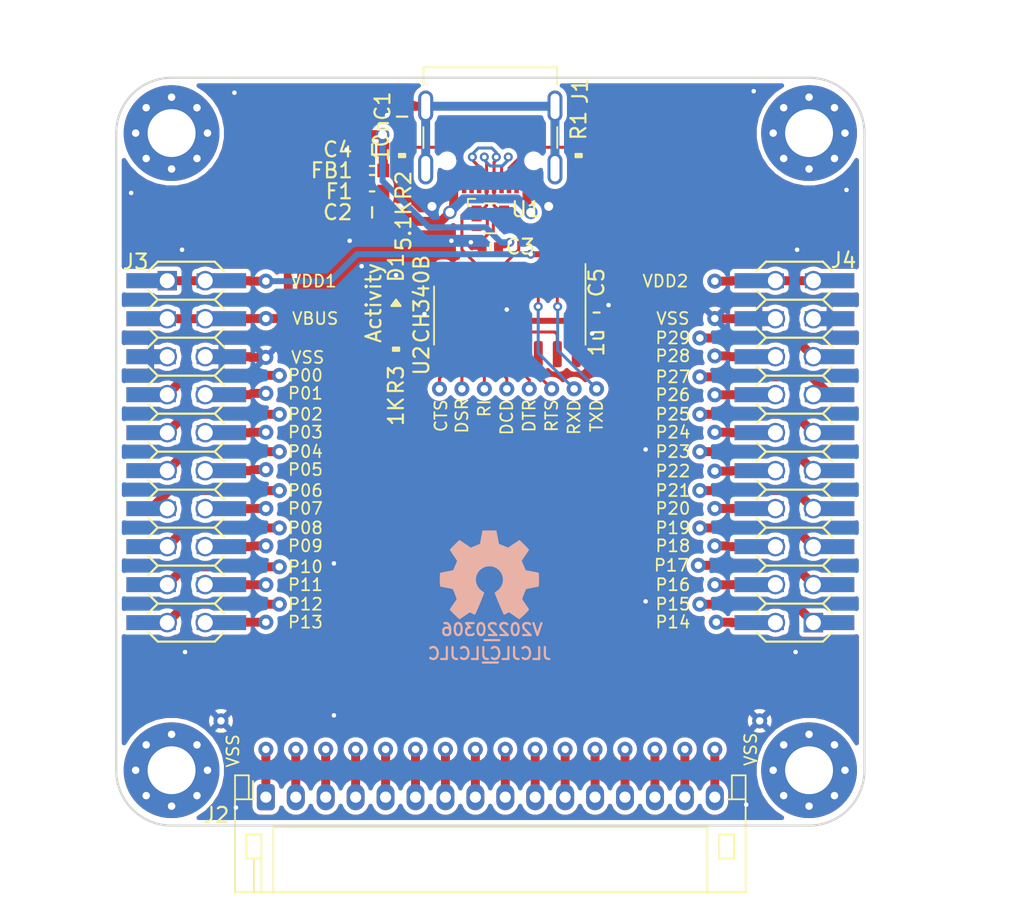
<source format=kicad_pcb>
(kicad_pcb (version 20171130) (host pcbnew 5.99.0+really5.1.10+dfsg1-1)
  (layers (0 F.Cu signal) (31 B.Cu signal) (34 B.Paste user) (35 F.Paste user) (36 B.SilkS user) (37 F.SilkS user) (38 B.Mask user) (39 F.Mask user) (44 Edge.Cuts user))
  (net 0 "")
  (net 1 /VBUS)
  (net 2 /VSS)
  (net 3 /GPIO_28)
  (net 4 /GPIO_29)
  (net 5 /GPIO_20)
  (net 6 /GPIO_23)
  (net 7 /GPIO_27)
  (net 8 /GPIO_16)
  (net 9 /GPIO_21)
  (net 10 /GPIO_19)
  (net 11 /GPIO_17)
  (net 12 /GPIO_18)
  (net 13 /GPIO_15)
  (net 14 /GPIO_14)
  (net 15 /GPIO_22)
  (net 16 /GPIO_24)
  (net 17 /GPIO_25)
  (net 18 /GPIO_26)
  (net 19 /GPIO_13)
  (net 20 /GPIO_12)
  (net 21 /GPIO_11)
  (net 22 /GPIO_10)
  (net 23 /GPIO_09)
  (net 24 /GPIO_08)
  (net 25 /GPIO_07)
  (net 26 /GPIO_06)
  (net 27 /GPIO_05)
  (net 28 /GPIO_04)
  (net 29 /GPIO_03)
  (net 30 /GPIO_02)
  (net 31 /GPIO_01)
  (net 32 /GPIO_00)
  (net 33 /VDD1)
  (net 34 /VDD2)
  (net 35 "Net-(C1-Pad1)")
  (net 36 /VUSB)
  (net 37 /CC2)
  (net 38 "Net-(J1-PadB8)")
  (net 39 "Net-(J1-PadA8)")
  (net 40 /CC1)
  (net 41 /DP)
  (net 42 /DN)
  (net 43 "Net-(F1-Pad1)")
  (net 44 "Net-(U1-Pad3)")
  (net 45 "Net-(U1-Pad4)")
  (net 46 /TXD)
  (net 47 /RXD)
  (net 48 /RTS)
  (net 49 /DTR)
  (net 50 /DCD)
  (net 51 /RI)
  (net 52 /DSR)
  (net 53 /CTS)
  (net 54 "Net-(U2-Pad8)")
  (net 55 "Net-(U2-Pad7)")
  (net 56 "Net-(J2-Pad10)")
  (net 57 "Net-(J2-Pad9)")
  (net 58 "Net-(J2-Pad8)")
  (net 59 "Net-(J2-Pad7)")
  (net 60 "Net-(J2-Pad6)")
  (net 61 "Net-(J2-Pad5)")
  (net 62 "Net-(J2-Pad4)")
  (net 63 "Net-(J2-Pad3)")
  (net 64 "Net-(J2-Pad2)")
  (net 65 "Net-(J2-Pad1)")
  (net 66 "Net-(J2-Pad16)")
  (net 67 "Net-(J2-Pad15)")
  (net 68 "Net-(J2-Pad14)")
  (net 69 "Net-(J2-Pad13)")
  (net 70 "Net-(J2-Pad12)")
  (net 71 "Net-(J2-Pad11)")
  (net 72 "Net-(D1-Pad2)")
  (net 73 /TNOW)
  (module SquantorRcl:R_0402_hand (layer F.Cu) (at 78.7 79.15 90)
    (fp_text reference R3 (at -2.05 0 90) (layer F.SilkS))
    (fp_text value 1K (at -4.15 0 90) (layer F.SilkS))
    (pad 2 smd rect (at 0.55 0 90) (size 0.6 0.6) (layers F.Cu F.Paste F.Mask) (net 72 "Net-(D1-Pad2)"))
    (pad 1 smd rect (at -0.55 0 90) (size 0.6 0.6) (layers F.Cu F.Paste F.Mask) (net 73 /TNOW))
  )
  (module SquantorDiodes:LED_0603_hand (layer F.Cu) (at 78.7 76.05 270)
    (fp_text reference D1 (at -2.35 0 90) (layer F.SilkS))
    (fp_text value Activity (at 0 1.5 90) (layer F.SilkS))
    (pad 2 smd rect (at 0.85 0 270) (size 0.7 0.9) (layers F.Cu F.Paste F.Mask) (net 72 "Net-(D1-Pad2)"))
    (pad 1 smd rect (at -0.85 0 270) (size 0.7 0.9) (layers F.Cu F.Paste F.Mask) (net 2 /VSS))
  )
  (module SquantorProto:proto-SMD-0127-08X08-P010X020+pad (layer F.Cu) (at 90.043 99.922 270)
    (fp_text reference J8)
    (fp_text value 127)
    (pad 1 smd rect (at -3.81 -4.445 270) (size 2.27 1) (layers F.Cu F.Mask) (net 2 /VSS))
    (pad 2 smd rect (at -3.81 -3.175 270) (size 2.27 1) (layers F.Cu F.Mask))
    (pad 3 smd rect (at -3.81 -1.905 270) (size 2.27 1) (layers F.Cu F.Mask))
    (pad 4 smd rect (at -3.81 -0.635 270) (size 2.27 1) (layers F.Cu F.Mask))
    (pad 5 smd rect (at -3.81 0.635 270) (size 2.27 1) (layers F.Cu F.Mask))
    (pad 6 smd rect (at -3.81 1.905 270) (size 2.27 1) (layers F.Cu F.Mask))
    (pad 7 smd rect (at -3.81 3.175 270) (size 2.27 1) (layers F.Cu F.Mask))
    (pad 8 smd rect (at -3.81 4.445 270) (size 2.27 1) (layers F.Cu F.Mask))
    (pad 9 smd rect (at -1.27 -4.445 270) (size 2.27 1) (layers F.Cu F.Mask))
    (pad 10 smd rect (at -1.27 -3.175 270) (size 2.27 1) (layers F.Cu F.Mask))
    (pad 11 smd rect (at -1.27 -1.905 270) (size 2.27 1) (layers F.Cu F.Mask))
    (pad 12 smd rect (at -1.27 -0.635 270) (size 2.27 1) (layers F.Cu F.Mask))
    (pad 13 smd rect (at -1.27 0.635 270) (size 2.27 1) (layers F.Cu F.Mask))
    (pad 14 smd rect (at -1.27 1.905 270) (size 2.27 1) (layers F.Cu F.Mask))
    (pad 15 smd rect (at -1.27 3.175 270) (size 2.27 1) (layers F.Cu F.Mask))
    (pad 16 smd rect (at -1.27 4.445 270) (size 2.27 1) (layers F.Cu F.Mask))
    (pad 17 smd rect (at 1.27 -4.445 270) (size 2.27 1) (layers F.Cu F.Mask))
    (pad 18 smd rect (at 1.27 -3.175 270) (size 2.27 1) (layers F.Cu F.Mask))
    (pad 19 smd rect (at 1.27 -1.905 270) (size 2.27 1) (layers F.Cu F.Mask))
    (pad 20 smd rect (at 1.27 -0.635 270) (size 2.27 1) (layers F.Cu F.Mask))
    (pad 21 smd rect (at 1.27 0.635 270) (size 2.27 1) (layers F.Cu F.Mask))
    (pad 22 smd rect (at 1.27 1.905 270) (size 2.27 1) (layers F.Cu F.Mask))
    (pad 23 smd rect (at 1.27 3.175 270) (size 2.27 1) (layers F.Cu F.Mask))
    (pad 24 smd rect (at 1.27 4.445 270) (size 2.27 1) (layers F.Cu F.Mask))
    (pad 25 smd rect (at 3.81 -4.445 270) (size 2.27 1) (layers F.Cu F.Mask))
    (pad 26 smd rect (at 3.81 -3.175 270) (size 2.27 1) (layers F.Cu F.Mask))
    (pad 27 smd rect (at 3.81 -1.905 270) (size 2.27 1) (layers F.Cu F.Mask))
    (pad 28 smd rect (at 3.81 -0.635 270) (size 2.27 1) (layers F.Cu F.Mask))
    (pad 29 smd rect (at 3.81 0.635 270) (size 2.27 1) (layers F.Cu F.Mask))
    (pad 30 smd rect (at 3.81 1.905 270) (size 2.27 1) (layers F.Cu F.Mask))
    (pad 31 smd rect (at 3.81 3.175 270) (size 2.27 1) (layers F.Cu F.Mask))
    (pad 32 smd rect (at 3.81 4.445 270) (size 2.27 1) (layers F.Cu F.Mask))
  )
  (module SquantorProto:proto-SMD-0127-08X08-P010X020+pad (layer F.Cu) (at 90.043 89.762 270)
    (fp_text reference J7)
    (fp_text value 127)
    (pad 1 smd rect (at -3.81 -4.445 270) (size 2.27 1) (layers F.Cu F.Mask) (net 2 /VSS))
    (pad 2 smd rect (at -3.81 -3.175 270) (size 2.27 1) (layers F.Cu F.Mask))
    (pad 3 smd rect (at -3.81 -1.905 270) (size 2.27 1) (layers F.Cu F.Mask))
    (pad 4 smd rect (at -3.81 -0.635 270) (size 2.27 1) (layers F.Cu F.Mask))
    (pad 5 smd rect (at -3.81 0.635 270) (size 2.27 1) (layers F.Cu F.Mask))
    (pad 6 smd rect (at -3.81 1.905 270) (size 2.27 1) (layers F.Cu F.Mask))
    (pad 7 smd rect (at -3.81 3.175 270) (size 2.27 1) (layers F.Cu F.Mask))
    (pad 8 smd rect (at -3.81 4.445 270) (size 2.27 1) (layers F.Cu F.Mask))
    (pad 9 smd rect (at -1.27 -4.445 270) (size 2.27 1) (layers F.Cu F.Mask))
    (pad 10 smd rect (at -1.27 -3.175 270) (size 2.27 1) (layers F.Cu F.Mask))
    (pad 11 smd rect (at -1.27 -1.905 270) (size 2.27 1) (layers F.Cu F.Mask))
    (pad 12 smd rect (at -1.27 -0.635 270) (size 2.27 1) (layers F.Cu F.Mask))
    (pad 13 smd rect (at -1.27 0.635 270) (size 2.27 1) (layers F.Cu F.Mask))
    (pad 14 smd rect (at -1.27 1.905 270) (size 2.27 1) (layers F.Cu F.Mask))
    (pad 15 smd rect (at -1.27 3.175 270) (size 2.27 1) (layers F.Cu F.Mask))
    (pad 16 smd rect (at -1.27 4.445 270) (size 2.27 1) (layers F.Cu F.Mask))
    (pad 17 smd rect (at 1.27 -4.445 270) (size 2.27 1) (layers F.Cu F.Mask))
    (pad 18 smd rect (at 1.27 -3.175 270) (size 2.27 1) (layers F.Cu F.Mask))
    (pad 19 smd rect (at 1.27 -1.905 270) (size 2.27 1) (layers F.Cu F.Mask))
    (pad 20 smd rect (at 1.27 -0.635 270) (size 2.27 1) (layers F.Cu F.Mask))
    (pad 21 smd rect (at 1.27 0.635 270) (size 2.27 1) (layers F.Cu F.Mask))
    (pad 22 smd rect (at 1.27 1.905 270) (size 2.27 1) (layers F.Cu F.Mask))
    (pad 23 smd rect (at 1.27 3.175 270) (size 2.27 1) (layers F.Cu F.Mask))
    (pad 24 smd rect (at 1.27 4.445 270) (size 2.27 1) (layers F.Cu F.Mask))
    (pad 25 smd rect (at 3.81 -4.445 270) (size 2.27 1) (layers F.Cu F.Mask))
    (pad 26 smd rect (at 3.81 -3.175 270) (size 2.27 1) (layers F.Cu F.Mask))
    (pad 27 smd rect (at 3.81 -1.905 270) (size 2.27 1) (layers F.Cu F.Mask))
    (pad 28 smd rect (at 3.81 -0.635 270) (size 2.27 1) (layers F.Cu F.Mask))
    (pad 29 smd rect (at 3.81 0.635 270) (size 2.27 1) (layers F.Cu F.Mask))
    (pad 30 smd rect (at 3.81 1.905 270) (size 2.27 1) (layers F.Cu F.Mask))
    (pad 31 smd rect (at 3.81 3.175 270) (size 2.27 1) (layers F.Cu F.Mask))
    (pad 32 smd rect (at 3.81 4.445 270) (size 2.27 1) (layers F.Cu F.Mask))
  )
  (module SquantorProto:proto-SMD-0127-08X08-P010X020+pad (layer F.Cu) (at 79.883 99.922 90)
    (fp_text reference J6)
    (fp_text value 127)
    (pad 1 smd rect (at -3.81 -4.445 90) (size 2.27 1) (layers F.Cu F.Mask) (net 2 /VSS))
    (pad 2 smd rect (at -3.81 -3.175 90) (size 2.27 1) (layers F.Cu F.Mask))
    (pad 3 smd rect (at -3.81 -1.905 90) (size 2.27 1) (layers F.Cu F.Mask))
    (pad 4 smd rect (at -3.81 -0.635 90) (size 2.27 1) (layers F.Cu F.Mask))
    (pad 5 smd rect (at -3.81 0.635 90) (size 2.27 1) (layers F.Cu F.Mask))
    (pad 6 smd rect (at -3.81 1.905 90) (size 2.27 1) (layers F.Cu F.Mask))
    (pad 7 smd rect (at -3.81 3.175 90) (size 2.27 1) (layers F.Cu F.Mask))
    (pad 8 smd rect (at -3.81 4.445 90) (size 2.27 1) (layers F.Cu F.Mask))
    (pad 9 smd rect (at -1.27 -4.445 90) (size 2.27 1) (layers F.Cu F.Mask))
    (pad 10 smd rect (at -1.27 -3.175 90) (size 2.27 1) (layers F.Cu F.Mask))
    (pad 11 smd rect (at -1.27 -1.905 90) (size 2.27 1) (layers F.Cu F.Mask))
    (pad 12 smd rect (at -1.27 -0.635 90) (size 2.27 1) (layers F.Cu F.Mask))
    (pad 13 smd rect (at -1.27 0.635 90) (size 2.27 1) (layers F.Cu F.Mask))
    (pad 14 smd rect (at -1.27 1.905 90) (size 2.27 1) (layers F.Cu F.Mask))
    (pad 15 smd rect (at -1.27 3.175 90) (size 2.27 1) (layers F.Cu F.Mask))
    (pad 16 smd rect (at -1.27 4.445 90) (size 2.27 1) (layers F.Cu F.Mask))
    (pad 17 smd rect (at 1.27 -4.445 90) (size 2.27 1) (layers F.Cu F.Mask))
    (pad 18 smd rect (at 1.27 -3.175 90) (size 2.27 1) (layers F.Cu F.Mask))
    (pad 19 smd rect (at 1.27 -1.905 90) (size 2.27 1) (layers F.Cu F.Mask))
    (pad 20 smd rect (at 1.27 -0.635 90) (size 2.27 1) (layers F.Cu F.Mask))
    (pad 21 smd rect (at 1.27 0.635 90) (size 2.27 1) (layers F.Cu F.Mask))
    (pad 22 smd rect (at 1.27 1.905 90) (size 2.27 1) (layers F.Cu F.Mask))
    (pad 23 smd rect (at 1.27 3.175 90) (size 2.27 1) (layers F.Cu F.Mask))
    (pad 24 smd rect (at 1.27 4.445 90) (size 2.27 1) (layers F.Cu F.Mask))
    (pad 25 smd rect (at 3.81 -4.445 90) (size 2.27 1) (layers F.Cu F.Mask))
    (pad 26 smd rect (at 3.81 -3.175 90) (size 2.27 1) (layers F.Cu F.Mask))
    (pad 27 smd rect (at 3.81 -1.905 90) (size 2.27 1) (layers F.Cu F.Mask))
    (pad 28 smd rect (at 3.81 -0.635 90) (size 2.27 1) (layers F.Cu F.Mask))
    (pad 29 smd rect (at 3.81 0.635 90) (size 2.27 1) (layers F.Cu F.Mask))
    (pad 30 smd rect (at 3.81 1.905 90) (size 2.27 1) (layers F.Cu F.Mask))
    (pad 31 smd rect (at 3.81 3.175 90) (size 2.27 1) (layers F.Cu F.Mask))
    (pad 32 smd rect (at 3.81 4.445 90) (size 2.27 1) (layers F.Cu F.Mask))
  )
  (module SquantorProto:proto-SMD-0127-08X08-P010X020+pad (layer F.Cu) (at 79.883 89.762 90)
    (fp_text reference J5)
    (fp_text value 127)
    (pad 1 smd rect (at -3.81 -4.445 90) (size 2.27 1) (layers F.Cu F.Mask) (net 2 /VSS))
    (pad 2 smd rect (at -3.81 -3.175 90) (size 2.27 1) (layers F.Cu F.Mask))
    (pad 3 smd rect (at -3.81 -1.905 90) (size 2.27 1) (layers F.Cu F.Mask))
    (pad 4 smd rect (at -3.81 -0.635 90) (size 2.27 1) (layers F.Cu F.Mask))
    (pad 5 smd rect (at -3.81 0.635 90) (size 2.27 1) (layers F.Cu F.Mask))
    (pad 6 smd rect (at -3.81 1.905 90) (size 2.27 1) (layers F.Cu F.Mask))
    (pad 7 smd rect (at -3.81 3.175 90) (size 2.27 1) (layers F.Cu F.Mask))
    (pad 8 smd rect (at -3.81 4.445 90) (size 2.27 1) (layers F.Cu F.Mask))
    (pad 9 smd rect (at -1.27 -4.445 90) (size 2.27 1) (layers F.Cu F.Mask))
    (pad 10 smd rect (at -1.27 -3.175 90) (size 2.27 1) (layers F.Cu F.Mask))
    (pad 11 smd rect (at -1.27 -1.905 90) (size 2.27 1) (layers F.Cu F.Mask))
    (pad 12 smd rect (at -1.27 -0.635 90) (size 2.27 1) (layers F.Cu F.Mask))
    (pad 13 smd rect (at -1.27 0.635 90) (size 2.27 1) (layers F.Cu F.Mask))
    (pad 14 smd rect (at -1.27 1.905 90) (size 2.27 1) (layers F.Cu F.Mask))
    (pad 15 smd rect (at -1.27 3.175 90) (size 2.27 1) (layers F.Cu F.Mask))
    (pad 16 smd rect (at -1.27 4.445 90) (size 2.27 1) (layers F.Cu F.Mask))
    (pad 17 smd rect (at 1.27 -4.445 90) (size 2.27 1) (layers F.Cu F.Mask))
    (pad 18 smd rect (at 1.27 -3.175 90) (size 2.27 1) (layers F.Cu F.Mask))
    (pad 19 smd rect (at 1.27 -1.905 90) (size 2.27 1) (layers F.Cu F.Mask))
    (pad 20 smd rect (at 1.27 -0.635 90) (size 2.27 1) (layers F.Cu F.Mask))
    (pad 21 smd rect (at 1.27 0.635 90) (size 2.27 1) (layers F.Cu F.Mask))
    (pad 22 smd rect (at 1.27 1.905 90) (size 2.27 1) (layers F.Cu F.Mask))
    (pad 23 smd rect (at 1.27 3.175 90) (size 2.27 1) (layers F.Cu F.Mask))
    (pad 24 smd rect (at 1.27 4.445 90) (size 2.27 1) (layers F.Cu F.Mask))
    (pad 25 smd rect (at 3.81 -4.445 90) (size 2.27 1) (layers F.Cu F.Mask))
    (pad 26 smd rect (at 3.81 -3.175 90) (size 2.27 1) (layers F.Cu F.Mask))
    (pad 27 smd rect (at 3.81 -1.905 90) (size 2.27 1) (layers F.Cu F.Mask))
    (pad 28 smd rect (at 3.81 -0.635 90) (size 2.27 1) (layers F.Cu F.Mask))
    (pad 29 smd rect (at 3.81 0.635 90) (size 2.27 1) (layers F.Cu F.Mask))
    (pad 30 smd rect (at 3.81 1.905 90) (size 2.27 1) (layers F.Cu F.Mask))
    (pad 31 smd rect (at 3.81 3.175 90) (size 2.27 1) (layers F.Cu F.Mask))
    (pad 32 smd rect (at 3.81 4.445 90) (size 2.27 1) (layers F.Cu F.Mask))
  )
  (module SquantorTestPoints:TestPoint_hole_H05R10_small_text (layer F.Cu) (at 67 104 90)
    (fp_text reference TP61)
    (fp_text value VSS (at -2 0.8 90) (layer F.SilkS) (effects (font (size 0.8 0.8) (thickness 0.12))))
    (pad 1 thru_hole circle (at 0 0 90) (size 1 1) (drill 0.5) (layers *.Cu *.Mask) (net 2 /VSS))
  )
  (module SquantorTestPoints:TestPoint_hole_H05R10_small_text (layer F.Cu) (at 103 104 90)
    (fp_text reference TP60)
    (fp_text value VSS (at -1.9 -0.6 90) (layer F.SilkS) (effects (font (size 0.8 0.8) (thickness 0.12))))
    (pad 1 thru_hole circle (at 0 0 90) (size 1 1) (drill 0.5) (layers *.Cu *.Mask) (net 2 /VSS))
  )
  (module SquantorTestPoints:TestPoint_hole_H05R10_small_text (layer F.Cu) (at 100 105.9 90)
    (fp_text reference TP59)
    (fp_text value PH16)
    (pad 1 thru_hole circle (at 0 0 90) (size 1 1) (drill 0.5) (layers *.Cu *.Mask) (net 66 "Net-(J2-Pad16)"))
  )
  (module SquantorTestPoints:TestPoint_hole_H05R10_small_text (layer F.Cu) (at 98 105.9 90)
    (fp_text reference TP58)
    (fp_text value PH15)
    (pad 1 thru_hole circle (at 0 0 90) (size 1 1) (drill 0.5) (layers *.Cu *.Mask) (net 67 "Net-(J2-Pad15)"))
  )
  (module SquantorTestPoints:TestPoint_hole_H05R10_small_text (layer F.Cu) (at 96 105.9 90)
    (fp_text reference TP57)
    (fp_text value PH14)
    (pad 1 thru_hole circle (at 0 0 90) (size 1 1) (drill 0.5) (layers *.Cu *.Mask) (net 68 "Net-(J2-Pad14)"))
  )
  (module SquantorTestPoints:TestPoint_hole_H05R10_small_text (layer F.Cu) (at 94 105.9 90)
    (fp_text reference TP56)
    (fp_text value PH13)
    (pad 1 thru_hole circle (at 0 0 90) (size 1 1) (drill 0.5) (layers *.Cu *.Mask) (net 69 "Net-(J2-Pad13)"))
  )
  (module SquantorTestPoints:TestPoint_hole_H05R10_small_text (layer F.Cu) (at 92 105.9 90)
    (fp_text reference TP55)
    (fp_text value PH12)
    (pad 1 thru_hole circle (at 0 0 90) (size 1 1) (drill 0.5) (layers *.Cu *.Mask) (net 70 "Net-(J2-Pad12)"))
  )
  (module SquantorTestPoints:TestPoint_hole_H05R10_small_text (layer F.Cu) (at 90 105.9 90)
    (fp_text reference TP54)
    (fp_text value PH11)
    (pad 1 thru_hole circle (at 0 0 90) (size 1 1) (drill 0.5) (layers *.Cu *.Mask) (net 71 "Net-(J2-Pad11)"))
  )
  (module Connector_JST:JST_PH_S16B-PH-K_1x16_P2.00mm_Horizontal (layer F.Cu) (at 70 109.1)
    (fp_text reference J2 (at -3.3 1.2) (layer F.SilkS))
    (fp_text value Conn_01x16)
    (pad 16 thru_hole oval (at 30 0) (size 1.2 1.75) (drill 0.75) (layers *.Cu *.Mask) (net 66 "Net-(J2-Pad16)"))
    (pad 15 thru_hole oval (at 28 0) (size 1.2 1.75) (drill 0.75) (layers *.Cu *.Mask) (net 67 "Net-(J2-Pad15)"))
    (pad 14 thru_hole oval (at 26 0) (size 1.2 1.75) (drill 0.75) (layers *.Cu *.Mask) (net 68 "Net-(J2-Pad14)"))
    (pad 13 thru_hole oval (at 24 0) (size 1.2 1.75) (drill 0.75) (layers *.Cu *.Mask) (net 69 "Net-(J2-Pad13)"))
    (pad 12 thru_hole oval (at 22 0) (size 1.2 1.75) (drill 0.75) (layers *.Cu *.Mask) (net 70 "Net-(J2-Pad12)"))
    (pad 11 thru_hole oval (at 20 0) (size 1.2 1.75) (drill 0.75) (layers *.Cu *.Mask) (net 71 "Net-(J2-Pad11)"))
    (pad 10 thru_hole oval (at 18 0) (size 1.2 1.75) (drill 0.75) (layers *.Cu *.Mask) (net 56 "Net-(J2-Pad10)"))
    (pad 9 thru_hole oval (at 16 0) (size 1.2 1.75) (drill 0.75) (layers *.Cu *.Mask) (net 57 "Net-(J2-Pad9)"))
    (pad 8 thru_hole oval (at 14 0) (size 1.2 1.75) (drill 0.75) (layers *.Cu *.Mask) (net 58 "Net-(J2-Pad8)"))
    (pad 7 thru_hole oval (at 12 0) (size 1.2 1.75) (drill 0.75) (layers *.Cu *.Mask) (net 59 "Net-(J2-Pad7)"))
    (pad 6 thru_hole oval (at 10 0) (size 1.2 1.75) (drill 0.75) (layers *.Cu *.Mask) (net 60 "Net-(J2-Pad6)"))
    (pad 5 thru_hole oval (at 8 0) (size 1.2 1.75) (drill 0.75) (layers *.Cu *.Mask) (net 61 "Net-(J2-Pad5)"))
    (pad 4 thru_hole oval (at 6 0) (size 1.2 1.75) (drill 0.75) (layers *.Cu *.Mask) (net 62 "Net-(J2-Pad4)"))
    (pad 3 thru_hole oval (at 4 0) (size 1.2 1.75) (drill 0.75) (layers *.Cu *.Mask) (net 63 "Net-(J2-Pad3)"))
    (pad 2 thru_hole oval (at 2 0) (size 1.2 1.75) (drill 0.75) (layers *.Cu *.Mask) (net 64 "Net-(J2-Pad2)"))
    (pad 1 thru_hole roundrect (at 0 0) (size 1.2 1.75) (drill 0.75) (layers *.Cu *.Mask) (roundrect_rratio 0.208333) (net 65 "Net-(J2-Pad1)"))
  )
  (module SquantorTestPoints:TestPoint_hole_H05R10_small_text (layer F.Cu) (at 88 105.9 90)
    (fp_text reference TP53)
    (fp_text value PH10)
    (pad 1 thru_hole circle (at 0 0 90) (size 1 1) (drill 0.5) (layers *.Cu *.Mask) (net 56 "Net-(J2-Pad10)"))
  )
  (module SquantorTestPoints:TestPoint_hole_H05R10_small_text (layer F.Cu) (at 86 105.9 90)
    (fp_text reference TP52)
    (fp_text value PH9)
    (pad 1 thru_hole circle (at 0 0 90) (size 1 1) (drill 0.5) (layers *.Cu *.Mask) (net 57 "Net-(J2-Pad9)"))
  )
  (module SquantorTestPoints:TestPoint_hole_H05R10_small_text (layer F.Cu) (at 84 105.9 90)
    (fp_text reference TP51)
    (fp_text value PH8)
    (pad 1 thru_hole circle (at 0 0 90) (size 1 1) (drill 0.5) (layers *.Cu *.Mask) (net 58 "Net-(J2-Pad8)"))
  )
  (module SquantorTestPoints:TestPoint_hole_H05R10_small_text (layer F.Cu) (at 82 105.9 90)
    (fp_text reference TP50)
    (fp_text value PH7)
    (pad 1 thru_hole circle (at 0 0 90) (size 1 1) (drill 0.5) (layers *.Cu *.Mask) (net 59 "Net-(J2-Pad7)"))
  )
  (module SquantorTestPoints:TestPoint_hole_H05R10_small_text (layer F.Cu) (at 80 105.9 90)
    (fp_text reference TP49)
    (fp_text value PH6)
    (pad 1 thru_hole circle (at 0 0 90) (size 1 1) (drill 0.5) (layers *.Cu *.Mask) (net 60 "Net-(J2-Pad6)"))
  )
  (module SquantorTestPoints:TestPoint_hole_H05R10_small_text (layer F.Cu) (at 78 105.9 90)
    (fp_text reference TP48)
    (fp_text value PH5)
    (pad 1 thru_hole circle (at 0 0 90) (size 1 1) (drill 0.5) (layers *.Cu *.Mask) (net 61 "Net-(J2-Pad5)"))
  )
  (module SquantorTestPoints:TestPoint_hole_H05R10_small_text (layer F.Cu) (at 76 105.9 90)
    (fp_text reference TP47)
    (fp_text value PH4)
    (pad 1 thru_hole circle (at 0 0 90) (size 1 1) (drill 0.5) (layers *.Cu *.Mask) (net 62 "Net-(J2-Pad4)"))
  )
  (module SquantorTestPoints:TestPoint_hole_H05R10_small_text (layer F.Cu) (at 74 105.9 90)
    (fp_text reference TP46)
    (fp_text value PH3)
    (pad 1 thru_hole circle (at 0 0 90) (size 1 1) (drill 0.5) (layers *.Cu *.Mask) (net 63 "Net-(J2-Pad3)"))
  )
  (module SquantorTestPoints:TestPoint_hole_H05R10_small_text (layer F.Cu) (at 72 105.9 90)
    (fp_text reference TP45)
    (fp_text value PH2)
    (pad 1 thru_hole circle (at 0 0 90) (size 1 1) (drill 0.5) (layers *.Cu *.Mask) (net 64 "Net-(J2-Pad2)"))
  )
  (module SquantorTestPoints:TestPoint_hole_H05R10_small_text (layer F.Cu) (at 70 105.9 90)
    (fp_text reference TP44)
    (fp_text value PH1)
    (pad 1 thru_hole circle (at 0 0 90) (size 1 1) (drill 0.5) (layers *.Cu *.Mask) (net 65 "Net-(J2-Pad1)"))
  )
  (module Package_SO:SO-16_3.9x9.9mm_P1.27mm (layer F.Cu) (at 86.3 76.9 270)
    (fp_text reference U2 (at 3 5.9 90) (layer F.SilkS))
    (fp_text value CH340B (at -1.1 5.9 90) (layer F.SilkS))
    (pad 16 smd roundrect (at 2.575 -4.445 270) (size 1.75 0.6) (layers F.Cu F.Paste F.Mask) (net 33 /VDD1))
    (pad 15 smd roundrect (at 2.575 -3.175 270) (size 1.75 0.6) (layers F.Cu F.Paste F.Mask) (net 73 /TNOW))
    (pad 14 smd roundrect (at 2.575 -1.905 270) (size 1.75 0.6) (layers F.Cu F.Paste F.Mask) (net 48 /RTS))
    (pad 13 smd roundrect (at 2.575 -0.635 270) (size 1.75 0.6) (layers F.Cu F.Paste F.Mask) (net 49 /DTR))
    (pad 12 smd roundrect (at 2.575 0.635 270) (size 1.75 0.6) (layers F.Cu F.Paste F.Mask) (net 50 /DCD))
    (pad 11 smd roundrect (at 2.575 1.905 270) (size 1.75 0.6) (layers F.Cu F.Paste F.Mask) (net 51 /RI))
    (pad 10 smd roundrect (at 2.575 3.175 270) (size 1.75 0.6) (layers F.Cu F.Paste F.Mask) (net 52 /DSR))
    (pad 9 smd roundrect (at 2.575 4.445 270) (size 1.75 0.6) (layers F.Cu F.Paste F.Mask) (net 53 /CTS))
    (pad 8 smd roundrect (at -2.575 4.445 270) (size 1.75 0.6) (layers F.Cu F.Paste F.Mask) (net 54 "Net-(U2-Pad8)"))
    (pad 7 smd roundrect (at -2.575 3.175 270) (size 1.75 0.6) (layers F.Cu F.Paste F.Mask) (net 55 "Net-(U2-Pad7)"))
    (pad 6 smd roundrect (at -2.575 1.905 270) (size 1.75 0.6) (layers F.Cu F.Paste F.Mask) (net 42 /DN))
    (pad 5 smd roundrect (at -2.575 0.635 270) (size 1.75 0.6) (layers F.Cu F.Paste F.Mask) (net 41 /DP))
    (pad 4 smd roundrect (at -2.575 -0.635 270) (size 1.75 0.6) (layers F.Cu F.Paste F.Mask) (net 33 /VDD1))
    (pad 3 smd roundrect (at -2.575 -1.905 270) (size 1.75 0.6) (layers F.Cu F.Paste F.Mask) (net 47 /RXD))
    (pad 2 smd roundrect (at -2.575 -3.175 270) (size 1.75 0.6) (layers F.Cu F.Paste F.Mask) (net 46 /TXD))
    (pad 1 smd roundrect (at -2.575 -4.445 270) (size 1.75 0.6) (layers F.Cu F.Paste F.Mask) (net 2 /VSS))
  )
  (module SquantorTestPoints:TestPoint_hole_H05R10_small_text (layer F.Cu) (at 81.6 81.8 270)
    (fp_text reference TP43)
    (fp_text value CTS (at 1.8 -0.1 90) (layer F.SilkS) (effects (font (size 0.8 0.8) (thickness 0.12))))
    (pad 1 thru_hole circle (at 0 0 270) (size 1 1) (drill 0.5) (layers *.Cu *.Mask) (net 53 /CTS))
  )
  (module SquantorTestPoints:TestPoint_hole_H05R10_small_text (layer F.Cu) (at 83.1 81.8 90)
    (fp_text reference TP42)
    (fp_text value DSR (at -1.8 0 90) (layer F.SilkS) (effects (font (size 0.8 0.8) (thickness 0.12))))
    (pad 1 thru_hole circle (at 0 0 90) (size 1 1) (drill 0.5) (layers *.Cu *.Mask) (net 52 /DSR))
  )
  (module SquantorTestPoints:TestPoint_hole_H05R10_small_text (layer F.Cu) (at 84.6 81.8 90)
    (fp_text reference TP41)
    (fp_text value RI (at -1.3 0 90) (layer F.SilkS) (effects (font (size 0.8 0.8) (thickness 0.12))))
    (pad 1 thru_hole circle (at 0 0 90) (size 1 1) (drill 0.5) (layers *.Cu *.Mask) (net 51 /RI))
  )
  (module SquantorTestPoints:TestPoint_hole_H05R10_small_text (layer F.Cu) (at 86.1 81.8 90)
    (fp_text reference TP40)
    (fp_text value DCD (at -1.9 0 90) (layer F.SilkS) (effects (font (size 0.8 0.8) (thickness 0.12))))
    (pad 1 thru_hole circle (at 0 0 90) (size 1 1) (drill 0.5) (layers *.Cu *.Mask) (net 50 /DCD))
  )
  (module SquantorTestPoints:TestPoint_hole_H05R10_small_text (layer F.Cu) (at 87.6 81.8 90)
    (fp_text reference TP39)
    (fp_text value DTR (at -1.8 0 90) (layer F.SilkS) (effects (font (size 0.8 0.8) (thickness 0.12))))
    (pad 1 thru_hole circle (at 0 0 90) (size 1 1) (drill 0.5) (layers *.Cu *.Mask) (net 49 /DTR))
  )
  (module SquantorTestPoints:TestPoint_hole_H05R10_small_text (layer F.Cu) (at 89.1 81.8 90)
    (fp_text reference TP38)
    (fp_text value RTS (at -1.8 0 90) (layer F.SilkS) (effects (font (size 0.8 0.8) (thickness 0.12))))
    (pad 1 thru_hole circle (at 0 0 90) (size 1 1) (drill 0.5) (layers *.Cu *.Mask) (net 48 /RTS))
  )
  (module SquantorTestPoints:TestPoint_hole_H05R10_small_text (layer F.Cu) (at 90.6 81.8 90)
    (fp_text reference TP37)
    (fp_text value RXD (at -1.9 0 90) (layer F.SilkS) (effects (font (size 0.8 0.8) (thickness 0.12))))
    (pad 1 thru_hole circle (at 0 0 90) (size 1 1) (drill 0.5) (layers *.Cu *.Mask) (net 47 /RXD))
  )
  (module SquantorTestPoints:TestPoint_hole_H05R10_small_text (layer F.Cu) (at 92.1 81.8 90)
    (fp_text reference TP36)
    (fp_text value TXD (at -1.8 0 90) (layer F.SilkS) (effects (font (size 0.8 0.8) (thickness 0.12))))
    (pad 1 thru_hole circle (at 0 0 90) (size 1 1) (drill 0.5) (layers *.Cu *.Mask) (net 46 /TXD))
  )
  (module SquantorRcl:C_0402 (layer F.Cu) (at 92.1 76.7 90)
    (fp_text reference C5 (at 2 0 90) (layer F.SilkS))
    (fp_text value 1u (at -2 0 90) (layer F.SilkS))
    (pad 2 smd rect (at 0.55 0 90) (size 0.6 0.6) (layers F.Cu F.Paste F.Mask) (net 2 /VSS))
    (pad 1 smd rect (at -0.55 0 90) (size 0.6 0.6) (layers F.Cu F.Paste F.Mask) (net 33 /VDD1))
  )
  (module SquantorRcl:F_0603_hand (layer F.Cu) (at 77.1 68.6)
    (fp_text reference F1 (at -2.2 0) (layer F.SilkS))
    (fp_text value 0.5A)
    (pad 2 smd rect (at 0.75 0) (size 0.8 0.9) (layers F.Cu F.Paste F.Mask) (net 36 /VUSB))
    (pad 1 smd rect (at -0.75 0) (size 0.8 0.9) (layers F.Cu F.Paste F.Mask) (net 43 "Net-(F1-Pad1)"))
  )
  (module SquantorIC:SOT363-ONsemi (layer F.Cu) (at 85 70.4)
    (fp_text reference U1 (at 2.4 -0.6) (layer F.SilkS))
    (fp_text value TPESD0504C6)
    (pad 3 smd rect (at -0.92 0.65 270) (size 0.4 0.66) (layers F.Cu F.Paste F.Mask) (net 44 "Net-(U1-Pad3)"))
    (pad 2 smd rect (at -0.92 0 270) (size 0.4 0.66) (layers F.Cu F.Paste F.Mask) (net 2 /VSS))
    (pad 1 smd rect (at -0.92 -0.65 270) (size 0.4 0.66) (layers F.Cu F.Paste F.Mask) (net 42 /DN))
    (pad 4 smd rect (at 0.92 0.65 270) (size 0.4 0.66) (layers F.Cu F.Paste F.Mask) (net 45 "Net-(U1-Pad4)"))
    (pad 5 smd rect (at 0.92 0 270) (size 0.4 0.66) (layers F.Cu F.Paste F.Mask) (net 1 /VBUS))
    (pad 6 smd rect (at 0.92 -0.65 270) (size 0.4 0.66) (layers F.Cu F.Paste F.Mask) (net 41 /DP))
  )
  (module SquantorRcl:R_0402_hand (layer F.Cu) (at 79.1 66.2 90)
    (fp_text reference R2 (at -2 0.1 90) (layer F.SilkS))
    (fp_text value 5.1K (at -4.7 0.1 90) (layer F.SilkS))
    (pad 2 smd rect (at 0.55 0 90) (size 0.6 0.6) (layers F.Cu F.Paste F.Mask) (net 37 /CC2))
    (pad 1 smd rect (at -0.55 0 90) (size 0.6 0.6) (layers F.Cu F.Paste F.Mask) (net 2 /VSS))
  )
  (module SquantorRcl:R_0402_hand (layer F.Cu) (at 90.9 66.2 90)
    (fp_text reference R1 (at 2 0 90) (layer F.SilkS))
    (fp_text value 5.1K)
    (pad 2 smd rect (at 0.55 0 90) (size 0.6 0.6) (layers F.Cu F.Paste F.Mask) (net 40 /CC1))
    (pad 1 smd rect (at -0.55 0 90) (size 0.6 0.6) (layers F.Cu F.Paste F.Mask) (net 2 /VSS))
  )
  (module SquantorRcl:L_0603 (layer F.Cu) (at 77.1 67.2 180)
    (fp_text reference FB1 (at 2.7 0) (layer F.SilkS))
    (fp_text value 600)
    (pad 2 smd rect (at 0.75 0 180) (size 0.8 0.9) (layers F.Cu F.Paste F.Mask) (net 43 "Net-(F1-Pad1)"))
    (pad 1 smd rect (at -0.75 0 180) (size 0.8 0.9) (layers F.Cu F.Paste F.Mask) (net 1 /VBUS))
  )
  (module SquantorRcl:C_0603 (layer F.Cu) (at 77.1 65.8 180)
    (fp_text reference C4 (at 2.3 0) (layer F.SilkS))
    (fp_text value 10u)
    (pad 2 smd rect (at 0.75 0 180) (size 0.8 0.9) (layers F.Cu F.Paste F.Mask) (net 2 /VSS))
    (pad 1 smd rect (at -0.75 0 180) (size 0.8 0.9) (layers F.Cu F.Paste F.Mask) (net 1 /VBUS))
  )
  (module SquantorRcl:C_0402 (layer F.Cu) (at 85 72.3 180)
    (fp_text reference C3 (at -2 0) (layer F.SilkS))
    (fp_text value 1u)
    (pad 2 smd rect (at 0.55 0 180) (size 0.6 0.6) (layers F.Cu F.Paste F.Mask) (net 2 /VSS))
    (pad 1 smd rect (at -0.55 0 180) (size 0.6 0.6) (layers F.Cu F.Paste F.Mask) (net 1 /VBUS))
  )
  (module SquantorRcl:C_0603 (layer F.Cu) (at 77.1 70 180)
    (fp_text reference C2 (at 2.3 0) (layer F.SilkS))
    (fp_text value 100n)
    (pad 2 smd rect (at 0.75 0 180) (size 0.8 0.9) (layers F.Cu F.Paste F.Mask) (net 2 /VSS))
    (pad 1 smd rect (at -0.75 0 180) (size 0.8 0.9) (layers F.Cu F.Paste F.Mask) (net 36 /VUSB))
  )
  (module SquantorUsb:USB-C-HRO-31-M-12 (layer F.Cu) (at 85 68 180)
    (fp_text reference J1 (at -6 6.1 90) (layer F.SilkS))
    (fp_text value USB-C_PD_USB)
    (pad "" np_thru_hole circle (at -2.89 1.445 180) (size 0.65 0.65) (drill 0.65) (layers *.Cu *.Mask))
    (pad "" np_thru_hole circle (at 2.89 1.445 180) (size 0.65 0.65) (drill 0.65) (layers *.Cu *.Mask))
    (pad S thru_hole oval (at 4.32 5.095 180) (size 1 2.1) (drill oval 0.6 1.7) (layers *.Cu *.Mask) (net 35 "Net-(C1-Pad1)"))
    (pad S thru_hole oval (at -4.32 5.095 180) (size 1 2.1) (drill oval 0.6 1.7) (layers *.Cu *.Mask) (net 35 "Net-(C1-Pad1)"))
    (pad S thru_hole oval (at 4.32 0.915 180) (size 1 2.1) (drill oval 0.6 1.7) (layers *.Cu *.Mask) (net 35 "Net-(C1-Pad1)"))
    (pad S thru_hole oval (at -4.32 0.915 180) (size 1 2.1) (drill oval 0.6 1.7) (layers *.Cu *.Mask) (net 35 "Net-(C1-Pad1)"))
    (pad B1A12 smd rect (at 3.25 0 180) (size 0.6 1.45) (layers F.Cu F.Paste F.Mask) (net 2 /VSS))
    (pad A1B12 smd rect (at -3.25 0 180) (size 0.6 1.45) (layers F.Cu F.Paste F.Mask) (net 2 /VSS))
    (pad B4A9 smd rect (at 2.45 0 180) (size 0.6 1.45) (layers F.Cu F.Paste F.Mask) (net 36 /VUSB))
    (pad A4B9 smd rect (at -2.45 0 180) (size 0.6 1.45) (layers F.Cu F.Paste F.Mask) (net 36 /VUSB))
    (pad B5 smd rect (at 1.75 0 180) (size 0.3 1.45) (layers F.Cu F.Paste F.Mask) (net 37 /CC2))
    (pad B8 smd rect (at -1.75 0 180) (size 0.3 1.45) (layers F.Cu F.Paste F.Mask) (net 38 "Net-(J1-PadB8)"))
    (pad A8 smd rect (at 1.25 0 180) (size 0.3 1.45) (layers F.Cu F.Paste F.Mask) (net 39 "Net-(J1-PadA8)"))
    (pad A5 smd rect (at -1.25 0 180) (size 0.3 1.45) (layers F.Cu F.Paste F.Mask) (net 40 /CC1))
    (pad B6 smd rect (at 0.75 0 180) (size 0.3 1.45) (layers F.Cu F.Paste F.Mask) (net 41 /DP))
    (pad B7 smd rect (at -0.75 0 180) (size 0.3 1.45) (layers F.Cu F.Paste F.Mask) (net 42 /DN))
    (pad A7 smd rect (at 0.25 0 180) (size 0.3 1.45) (layers F.Cu F.Paste F.Mask) (net 42 /DN))
    (pad A6 smd rect (at -0.25 0 180) (size 0.3 1.45) (layers F.Cu F.Paste F.Mask) (net 41 /DP))
  )
  (module SquantorRcl:C_0603 (layer F.Cu) (at 79.1 63.6 270)
    (fp_text reference C1 (at -0.7 1.3 90) (layer F.SilkS))
    (fp_text value 10n (at 1.6 1.4 90) (layer F.SilkS))
    (pad 2 smd rect (at 0.75 0 270) (size 0.8 0.9) (layers F.Cu F.Paste F.Mask) (net 2 /VSS))
    (pad 1 smd rect (at -0.75 0 270) (size 0.8 0.9) (layers F.Cu F.Paste F.Mask) (net 35 "Net-(C1-Pad1)"))
  )
  (module SquantorTestPoints:TestPoint_hole_H05R10_small_text (layer F.Cu) (at 100.1 97.4)
    (fp_text reference TP35)
    (fp_text value P14 (at -2.9 0) (layer F.SilkS) (effects (font (size 0.8 0.8) (thickness 0.12))))
    (pad 1 thru_hole circle (at 0 0) (size 1 1) (drill 0.5) (layers *.Cu *.Mask) (net 14 /GPIO_14))
  )
  (module SquantorTestPoints:TestPoint_hole_H05R10_small_text (layer F.Cu) (at 99 96.2)
    (fp_text reference TP34)
    (fp_text value P15 (at -1.8 0) (layer F.SilkS) (effects (font (size 0.8 0.8) (thickness 0.12))))
    (pad 1 thru_hole circle (at 0 0) (size 1 1) (drill 0.5) (layers *.Cu *.Mask) (net 13 /GPIO_15))
  )
  (module SquantorTestPoints:TestPoint_hole_H05R10_small_text (layer F.Cu) (at 100 94.9)
    (fp_text reference TP33)
    (fp_text value P16 (at -2.8 0) (layer F.SilkS) (effects (font (size 0.8 0.8) (thickness 0.12))))
    (pad 1 thru_hole circle (at 0 0) (size 1 1) (drill 0.5) (layers *.Cu *.Mask) (net 8 /GPIO_16))
  )
  (module SquantorTestPoints:TestPoint_hole_H05R10_small_text (layer F.Cu) (at 98.9 93.6)
    (fp_text reference TP32)
    (fp_text value P17 (at -1.8 0) (layer F.SilkS) (effects (font (size 0.8 0.8) (thickness 0.12))))
    (pad 1 thru_hole circle (at 0 0) (size 1 1) (drill 0.5) (layers *.Cu *.Mask) (net 11 /GPIO_17))
  )
  (module SquantorTestPoints:TestPoint_hole_H05R10_small_text (layer F.Cu) (at 100 92.3)
    (fp_text reference TP31)
    (fp_text value P18 (at -2.8 0) (layer F.SilkS) (effects (font (size 0.8 0.8) (thickness 0.12))))
    (pad 1 thru_hole circle (at 0 0) (size 1 1) (drill 0.5) (layers *.Cu *.Mask) (net 12 /GPIO_18))
  )
  (module SquantorTestPoints:TestPoint_hole_H05R10_small_text (layer F.Cu) (at 99 91.1)
    (fp_text reference TP30)
    (fp_text value P19 (at -1.8 0) (layer F.SilkS) (effects (font (size 0.8 0.8) (thickness 0.12))))
    (pad 1 thru_hole circle (at 0 0) (size 1 1) (drill 0.5) (layers *.Cu *.Mask) (net 10 /GPIO_19))
  )
  (module SquantorTestPoints:TestPoint_hole_H05R10_small_text (layer F.Cu) (at 100 89.8)
    (fp_text reference TP29)
    (fp_text value P20 (at -2.8 0) (layer F.SilkS) (effects (font (size 0.8 0.8) (thickness 0.12))))
    (pad 1 thru_hole circle (at 0 0) (size 1 1) (drill 0.5) (layers *.Cu *.Mask) (net 5 /GPIO_20))
  )
  (module SquantorTestPoints:TestPoint_hole_H05R10_small_text (layer F.Cu) (at 99 88.6)
    (fp_text reference TP28)
    (fp_text value P21 (at -1.8 0) (layer F.SilkS) (effects (font (size 0.8 0.8) (thickness 0.12))))
    (pad 1 thru_hole circle (at 0 0) (size 1 1) (drill 0.5) (layers *.Cu *.Mask) (net 9 /GPIO_21))
  )
  (module SquantorTestPoints:TestPoint_hole_H05R10_small_text (layer F.Cu) (at 100 87.3)
    (fp_text reference TP27)
    (fp_text value P22 (at -2.8 0) (layer F.SilkS) (effects (font (size 0.8 0.8) (thickness 0.12))))
    (pad 1 thru_hole circle (at 0 0) (size 1 1) (drill 0.5) (layers *.Cu *.Mask) (net 15 /GPIO_22))
  )
  (module SquantorTestPoints:TestPoint_hole_H05R10_small_text (layer F.Cu) (at 99 86)
    (fp_text reference TP26)
    (fp_text value P23 (at -1.8 0) (layer F.SilkS) (effects (font (size 0.8 0.8) (thickness 0.12))))
    (pad 1 thru_hole circle (at 0 0) (size 1 1) (drill 0.5) (layers *.Cu *.Mask) (net 6 /GPIO_23))
  )
  (module SquantorTestPoints:TestPoint_hole_H05R10_small_text (layer F.Cu) (at 100 84.7)
    (fp_text reference TP25)
    (fp_text value P24 (at -2.8 0) (layer F.SilkS) (effects (font (size 0.8 0.8) (thickness 0.12))))
    (pad 1 thru_hole circle (at 0 0) (size 1 1) (drill 0.5) (layers *.Cu *.Mask) (net 16 /GPIO_24))
  )
  (module SquantorTestPoints:TestPoint_hole_H05R10_small_text (layer F.Cu) (at 99 83.5)
    (fp_text reference TP24)
    (fp_text value P25 (at -1.8 0) (layer F.SilkS) (effects (font (size 0.8 0.8) (thickness 0.12))))
    (pad 1 thru_hole circle (at 0 0) (size 1 1) (drill 0.5) (layers *.Cu *.Mask) (net 17 /GPIO_25))
  )
  (module SquantorTestPoints:TestPoint_hole_H05R10_small_text (layer F.Cu) (at 100 82.2)
    (fp_text reference TP23)
    (fp_text value P26 (at -2.8 0) (layer F.SilkS) (effects (font (size 0.8 0.8) (thickness 0.12))))
    (pad 1 thru_hole circle (at 0 0) (size 1 1) (drill 0.5) (layers *.Cu *.Mask) (net 18 /GPIO_26))
  )
  (module SquantorTestPoints:TestPoint_hole_H05R10_small_text (layer F.Cu) (at 99 81)
    (fp_text reference TP22)
    (fp_text value P27 (at -1.8 0) (layer F.SilkS) (effects (font (size 0.8 0.8) (thickness 0.12))))
    (pad 1 thru_hole circle (at 0 0) (size 1 1) (drill 0.5) (layers *.Cu *.Mask) (net 7 /GPIO_27))
  )
  (module SquantorTestPoints:TestPoint_hole_H05R10_small_text (layer F.Cu) (at 100 79.6)
    (fp_text reference TP21)
    (fp_text value P28 (at -2.8 0) (layer F.SilkS) (effects (font (size 0.8 0.8) (thickness 0.12))))
    (pad 1 thru_hole circle (at 0 0) (size 1 1) (drill 0.5) (layers *.Cu *.Mask) (net 3 /GPIO_28))
  )
  (module SquantorTestPoints:TestPoint_hole_H05R10_small_text (layer F.Cu) (at 99 78.4)
    (fp_text reference TP20)
    (fp_text value P29 (at -1.8 0) (layer F.SilkS) (effects (font (size 0.8 0.8) (thickness 0.12))))
    (pad 1 thru_hole circle (at 0 0) (size 1 1) (drill 0.5) (layers *.Cu *.Mask) (net 4 /GPIO_29))
  )
  (module SquantorTestPoints:TestPoint_hole_H05R10_small_text (layer F.Cu) (at 100 77.1)
    (fp_text reference TP19)
    (fp_text value VSS (at -2.8 0) (layer F.SilkS) (effects (font (size 0.8 0.8) (thickness 0.12))))
    (pad 1 thru_hole circle (at 0 0) (size 1 1) (drill 0.5) (layers *.Cu *.Mask) (net 2 /VSS))
  )
  (module SquantorTestPoints:TestPoint_hole_H05R10_small_text (layer F.Cu) (at 100 74.6)
    (fp_text reference TP18)
    (fp_text value VDD2 (at -3.3 0) (layer F.SilkS) (effects (font (size 0.8 0.8) (thickness 0.12))))
    (pad 1 thru_hole circle (at 0 0) (size 1 1) (drill 0.5) (layers *.Cu *.Mask) (net 34 /VDD2))
  )
  (module SquantorTestPoints:TestPoint_hole_H05R10_small_text (layer F.Cu) (at 70 97.4)
    (fp_text reference TP17)
    (fp_text value P13 (at 2.644 0) (layer F.SilkS) (effects (font (size 0.8 0.8) (thickness 0.12))))
    (pad 1 thru_hole circle (at 0 0) (size 1 1) (drill 0.5) (layers *.Cu *.Mask) (net 19 /GPIO_13))
  )
  (module SquantorTestPoints:TestPoint_hole_H05R10_small_text (layer F.Cu) (at 70.9 96.2)
    (fp_text reference TP16)
    (fp_text value P12 (at 1.744 0) (layer F.SilkS) (effects (font (size 0.8 0.8) (thickness 0.12))))
    (pad 1 thru_hole circle (at 0 0) (size 1 1) (drill 0.5) (layers *.Cu *.Mask) (net 20 /GPIO_12))
  )
  (module SquantorTestPoints:TestPoint_hole_H05R10_small_text (layer F.Cu) (at 70 94.9)
    (fp_text reference TP15)
    (fp_text value P11 (at 2.644 0) (layer F.SilkS) (effects (font (size 0.8 0.8) (thickness 0.12))))
    (pad 1 thru_hole circle (at 0 0) (size 1 1) (drill 0.5) (layers *.Cu *.Mask) (net 21 /GPIO_11))
  )
  (module SquantorTestPoints:TestPoint_hole_H05R10_small_text (layer F.Cu) (at 70.9 93.7)
    (fp_text reference TP14)
    (fp_text value P10 (at 1.744 0) (layer F.SilkS) (effects (font (size 0.8 0.8) (thickness 0.12))))
    (pad 1 thru_hole circle (at 0 0) (size 1 1) (drill 0.5) (layers *.Cu *.Mask) (net 22 /GPIO_10))
  )
  (module SquantorTestPoints:TestPoint_hole_H05R10_small_text (layer F.Cu) (at 70 92.3)
    (fp_text reference TP13)
    (fp_text value P09 (at 2.644 0) (layer F.SilkS) (effects (font (size 0.8 0.8) (thickness 0.12))))
    (pad 1 thru_hole circle (at 0 0) (size 1 1) (drill 0.5) (layers *.Cu *.Mask) (net 23 /GPIO_09))
  )
  (module SquantorTestPoints:TestPoint_hole_H05R10_small_text (layer F.Cu) (at 70.9 91.1)
    (fp_text reference TP12)
    (fp_text value P08 (at 1.744 0) (layer F.SilkS) (effects (font (size 0.8 0.8) (thickness 0.12))))
    (pad 1 thru_hole circle (at 0 0) (size 1 1) (drill 0.5) (layers *.Cu *.Mask) (net 24 /GPIO_08))
  )
  (module SquantorTestPoints:TestPoint_hole_H05R10_small_text (layer F.Cu) (at 70 89.8)
    (fp_text reference TP11)
    (fp_text value P07 (at 2.644 0) (layer F.SilkS) (effects (font (size 0.8 0.8) (thickness 0.12))))
    (pad 1 thru_hole circle (at 0 0) (size 1 1) (drill 0.5) (layers *.Cu *.Mask) (net 25 /GPIO_07))
  )
  (module SquantorTestPoints:TestPoint_hole_H05R10_small_text (layer F.Cu) (at 70.9 88.6)
    (fp_text reference TP10)
    (fp_text value P06 (at 1.744 0) (layer F.SilkS) (effects (font (size 0.8 0.8) (thickness 0.12))))
    (pad 1 thru_hole circle (at 0 0) (size 1 1) (drill 0.5) (layers *.Cu *.Mask) (net 26 /GPIO_06))
  )
  (module SquantorTestPoints:TestPoint_hole_H05R10_small_text (layer F.Cu) (at 70 87.2)
    (fp_text reference TP9)
    (fp_text value P05 (at 2.644 0) (layer F.SilkS) (effects (font (size 0.8 0.8) (thickness 0.12))))
    (pad 1 thru_hole circle (at 0 0) (size 1 1) (drill 0.5) (layers *.Cu *.Mask) (net 27 /GPIO_05))
  )
  (module SquantorTestPoints:TestPoint_hole_H05R10_small_text (layer F.Cu) (at 70.9 86)
    (fp_text reference TP8)
    (fp_text value P04 (at 1.744 0) (layer F.SilkS) (effects (font (size 0.8 0.8) (thickness 0.12))))
    (pad 1 thru_hole circle (at 0 0) (size 1 1) (drill 0.5) (layers *.Cu *.Mask) (net 28 /GPIO_04))
  )
  (module SquantorTestPoints:TestPoint_hole_H05R10_small_text (layer F.Cu) (at 70 84.7)
    (fp_text reference TP7)
    (fp_text value P03 (at 2.644 0) (layer F.SilkS) (effects (font (size 0.8 0.8) (thickness 0.12))))
    (pad 1 thru_hole circle (at 0 0) (size 1 1) (drill 0.5) (layers *.Cu *.Mask) (net 29 /GPIO_03))
  )
  (module SquantorTestPoints:TestPoint_hole_H05R10_small_text (layer F.Cu) (at 70.9 83.5)
    (fp_text reference TP6)
    (fp_text value P02 (at 1.744 0) (layer F.SilkS) (effects (font (size 0.8 0.8) (thickness 0.12))))
    (pad 1 thru_hole circle (at 0 0) (size 1 1) (drill 0.5) (layers *.Cu *.Mask) (net 30 /GPIO_02))
  )
  (module SquantorTestPoints:TestPoint_hole_H05R10_small_text (layer F.Cu) (at 70 82.1)
    (fp_text reference TP5)
    (fp_text value P01 (at 2.644 0) (layer F.SilkS) (effects (font (size 0.8 0.8) (thickness 0.12))))
    (pad 1 thru_hole circle (at 0 0) (size 1 1) (drill 0.5) (layers *.Cu *.Mask) (net 31 /GPIO_01))
  )
  (module SquantorTestPoints:TestPoint_hole_H05R10_small_text (layer F.Cu) (at 70.9 80.9)
    (fp_text reference TP4)
    (fp_text value P00 (at 1.744 0) (layer F.SilkS) (effects (font (size 0.8 0.8) (thickness 0.12))))
    (pad 1 thru_hole circle (at 0 0) (size 1 1) (drill 0.5) (layers *.Cu *.Mask) (net 32 /GPIO_00))
  )
  (module SquantorTestPoints:TestPoint_hole_H05R10_small_text (layer F.Cu) (at 70 79.7)
    (fp_text reference TP3)
    (fp_text value VSS (at 2.8 0) (layer F.SilkS) (effects (font (size 0.8 0.8) (thickness 0.12))))
    (pad 1 thru_hole circle (at 0 0) (size 1 1) (drill 0.5) (layers *.Cu *.Mask) (net 2 /VSS))
  )
  (module SquantorTestPoints:TestPoint_hole_H05R10_small_text (layer F.Cu) (at 70 77.1)
    (fp_text reference TP2)
    (fp_text value VBUS (at 3.3 0) (layer F.SilkS) (effects (font (size 0.8 0.8) (thickness 0.12))))
    (pad 1 thru_hole circle (at 0 0) (size 1 1) (drill 0.5) (layers *.Cu *.Mask) (net 1 /VBUS))
  )
  (module SquantorTestPoints:TestPoint_hole_H05R10_small_text (layer F.Cu) (at 70 74.6)
    (fp_text reference TP1)
    (fp_text value VDD1 (at 3.2 0) (layer F.SilkS) (effects (font (size 0.8 0.8) (thickness 0.12))))
    (pad 1 thru_hole circle (at 0 0) (size 1 1) (drill 0.5) (layers *.Cu *.Mask) (net 33 /VDD1))
  )
  (module SquantorLabels:Label_Generic (layer B.Cu) (at 85.1 98 180)
    (fp_text reference N2 hide)
    (fp_text value V20220306 (at 0 0.1) (layer B.SilkS) (effects (font (size 0.8 0.8)) (justify mirror)))
  )
  (module SquantorConnectorsNamed:nuclone_small_right_stacked (layer F.Cu) (at 105.32 86 90)
    (fp_text reference J4 (at 12.8 3.28 180) (layer F.SilkS))
    (fp_text value nuclone_small_right)
    (pad 2 smd rect (at -11.43 -2.35 90) (size 1 3.3) (layers B.Cu B.Mask) (net 14 /GPIO_14))
    (pad 10 smd rect (at -1.27 -2.35 90) (size 1 3.3) (layers B.Cu B.Mask) (net 15 /GPIO_22))
    (pad 20 smd rect (at 11.43 -2.35 90) (size 1 3.3) (layers B.Cu B.Mask) (net 34 /VDD2))
    (pad 12 smd rect (at 1.27 -2.35 90) (size 1 3.3) (layers B.Cu B.Mask) (net 16 /GPIO_24))
    (pad 18 smd rect (at 8.89 -2.35 90) (size 1 3.3) (layers B.Cu B.Mask) (net 2 /VSS))
    (pad 4 smd rect (at -8.89 -2.35 90) (size 1 3.3) (layers B.Cu B.Mask) (net 8 /GPIO_16))
    (pad 8 smd rect (at -3.81 -2.35 90) (size 1 3.3) (layers B.Cu B.Mask) (net 5 /GPIO_20))
    (pad 16 smd rect (at 6.35 -2.35 90) (size 1 3.3) (layers B.Cu B.Mask) (net 3 /GPIO_28))
    (pad 14 smd rect (at 3.81 -2.35 90) (size 1 3.3) (layers B.Cu B.Mask) (net 18 /GPIO_26))
    (pad 6 smd rect (at -6.35 -2.35 90) (size 1 3.3) (layers B.Cu B.Mask) (net 12 /GPIO_18))
    (pad 1 smd rect (at -11.43 2.35 90) (size 1 3.3) (layers B.Cu B.Mask) (net 13 /GPIO_15))
    (pad 5 smd rect (at -6.35 2.35 90) (size 1 3.3) (layers B.Cu B.Mask) (net 10 /GPIO_19))
    (pad 9 smd rect (at -1.27 2.35 90) (size 1 3.3) (layers B.Cu B.Mask) (net 6 /GPIO_23))
    (pad 7 smd rect (at -3.81 2.35 90) (size 1 3.3) (layers B.Cu B.Mask) (net 9 /GPIO_21))
    (pad 13 smd rect (at 3.81 2.35 90) (size 1 3.3) (layers B.Cu B.Mask) (net 7 /GPIO_27))
    (pad 19 smd rect (at 11.43 2.35 90) (size 1 3.3) (layers B.Cu B.Mask) (net 34 /VDD2))
    (pad 15 smd rect (at 6.35 2.35 90) (size 1 3.3) (layers B.Cu B.Mask) (net 4 /GPIO_29))
    (pad 11 smd rect (at 1.27 2.35 90) (size 1 3.3) (layers B.Cu B.Mask) (net 17 /GPIO_25))
    (pad 17 smd rect (at 8.89 2.35 90) (size 1 3.3) (layers B.Cu B.Mask) (net 2 /VSS))
    (pad 3 smd rect (at -8.89 2.35 90) (size 1 3.3) (layers B.Cu B.Mask) (net 11 /GPIO_17))
    (pad 1 thru_hole rect (at -11.43 1.27 90) (size 1.3 1.3) (drill 1) (layers *.Cu *.Mask) (net 13 /GPIO_15))
    (pad 2 thru_hole circle (at -11.43 -1.27 90) (size 1.3 1.3) (drill 1) (layers *.Cu *.Mask) (net 14 /GPIO_14))
    (pad 3 thru_hole circle (at -8.89 1.27 90) (size 1.3 1.3) (drill 1) (layers *.Cu *.Mask) (net 11 /GPIO_17))
    (pad 4 thru_hole circle (at -8.89 -1.27 90) (size 1.3 1.3) (drill 1) (layers *.Cu *.Mask) (net 8 /GPIO_16))
    (pad 5 thru_hole circle (at -6.35 1.27 90) (size 1.3 1.3) (drill 1) (layers *.Cu *.Mask) (net 10 /GPIO_19))
    (pad 6 thru_hole circle (at -6.35 -1.27 90) (size 1.3 1.3) (drill 1) (layers *.Cu *.Mask) (net 12 /GPIO_18))
    (pad 7 thru_hole circle (at -3.81 1.27 90) (size 1.3 1.3) (drill 1) (layers *.Cu *.Mask) (net 9 /GPIO_21))
    (pad 8 thru_hole circle (at -3.81 -1.27 90) (size 1.3 1.3) (drill 1) (layers *.Cu *.Mask) (net 5 /GPIO_20))
    (pad 9 thru_hole circle (at -1.27 1.27 90) (size 1.3 1.3) (drill 1) (layers *.Cu *.Mask) (net 6 /GPIO_23))
    (pad 10 thru_hole circle (at -1.27 -1.27 90) (size 1.3 1.3) (drill 1) (layers *.Cu *.Mask) (net 15 /GPIO_22))
    (pad 11 thru_hole circle (at 1.27 1.27 90) (size 1.3 1.3) (drill 1) (layers *.Cu *.Mask) (net 17 /GPIO_25))
    (pad 12 thru_hole circle (at 1.27 -1.27 90) (size 1.3 1.3) (drill 1) (layers *.Cu *.Mask) (net 16 /GPIO_24))
    (pad 13 thru_hole circle (at 3.81 1.27 90) (size 1.3 1.3) (drill 1) (layers *.Cu *.Mask) (net 7 /GPIO_27))
    (pad 14 thru_hole circle (at 3.81 -1.27 90) (size 1.3 1.3) (drill 1) (layers *.Cu *.Mask) (net 18 /GPIO_26))
    (pad 15 thru_hole circle (at 6.35 1.27 90) (size 1.3 1.3) (drill 1) (layers *.Cu *.Mask) (net 4 /GPIO_29))
    (pad 16 thru_hole circle (at 6.35 -1.27 90) (size 1.3 1.3) (drill 1) (layers *.Cu *.Mask) (net 3 /GPIO_28))
    (pad 17 thru_hole circle (at 8.89 1.27 90) (size 1.3 1.3) (drill 1) (layers *.Cu *.Mask) (net 2 /VSS))
    (pad 18 thru_hole circle (at 8.89 -1.27 90) (size 1.3 1.3) (drill 1) (layers *.Cu *.Mask) (net 2 /VSS))
    (pad 19 thru_hole circle (at 11.43 1.27 90) (size 1.3 1.3) (drill 1) (layers *.Cu *.Mask) (net 34 /VDD2))
    (pad 20 thru_hole circle (at 11.43 -1.27 90) (size 1.3 1.3) (drill 1) (layers *.Cu *.Mask) (net 34 /VDD2))
    (pad 1 smd rect (at -11.43 2.35 90) (size 1 3.3) (layers F.Cu F.Mask) (net 13 /GPIO_15))
    (pad 3 smd rect (at -8.89 2.35 90) (size 1 3.3) (layers F.Cu F.Mask) (net 11 /GPIO_17))
    (pad 5 smd rect (at -6.35 2.35 90) (size 1 3.3) (layers F.Cu F.Mask) (net 10 /GPIO_19))
    (pad 7 smd rect (at -3.81 2.35 90) (size 1 3.3) (layers F.Cu F.Mask) (net 9 /GPIO_21))
    (pad 9 smd rect (at -1.27 2.35 90) (size 1 3.3) (layers F.Cu F.Mask) (net 6 /GPIO_23))
    (pad 11 smd rect (at 1.27 2.35 90) (size 1 3.3) (layers F.Cu F.Mask) (net 17 /GPIO_25))
    (pad 13 smd rect (at 3.81 2.35 90) (size 1 3.3) (layers F.Cu F.Mask) (net 7 /GPIO_27))
    (pad 15 smd rect (at 6.35 2.35 90) (size 1 3.3) (layers F.Cu F.Mask) (net 4 /GPIO_29))
    (pad 17 smd rect (at 8.89 2.35 90) (size 1 3.3) (layers F.Cu F.Mask) (net 2 /VSS))
    (pad 19 smd rect (at 11.43 2.35 90) (size 1 3.3) (layers F.Cu F.Mask) (net 34 /VDD2))
    (pad 20 smd rect (at 11.43 -2.35 90) (size 1 3.3) (layers F.Cu F.Mask) (net 34 /VDD2))
    (pad 18 smd rect (at 8.89 -2.35 90) (size 1 3.3) (layers F.Cu F.Mask) (net 2 /VSS))
    (pad 16 smd rect (at 6.35 -2.35 90) (size 1 3.3) (layers F.Cu F.Mask) (net 3 /GPIO_28))
    (pad 14 smd rect (at 3.81 -2.35 90) (size 1 3.3) (layers F.Cu F.Mask) (net 18 /GPIO_26))
    (pad 12 smd rect (at 1.27 -2.35 90) (size 1 3.3) (layers F.Cu F.Mask) (net 16 /GPIO_24))
    (pad 10 smd rect (at -1.27 -2.35 90) (size 1 3.3) (layers F.Cu F.Mask) (net 15 /GPIO_22))
    (pad 8 smd rect (at -3.81 -2.35 90) (size 1 3.3) (layers F.Cu F.Mask) (net 5 /GPIO_20))
    (pad 6 smd rect (at -6.35 -2.35 90) (size 1 3.3) (layers F.Cu F.Mask) (net 12 /GPIO_18))
    (pad 4 smd rect (at -8.89 -2.35 90) (size 1 3.3) (layers F.Cu F.Mask) (net 8 /GPIO_16))
    (pad 2 smd rect (at -11.43 -2.35 90) (size 1 3.3) (layers F.Cu F.Mask) (net 14 /GPIO_14))
  )
  (module SquantorConnectorsNamed:nuclone_small_left_stacked (layer F.Cu) (at 64.68 86 270)
    (fp_text reference J3 (at -12.7 3.38) (layer F.SilkS))
    (fp_text value nuclone_small_left)
    (pad 20 thru_hole circle (at 11.43 -1.27 270) (size 1.3 1.3) (drill 1) (layers *.Cu *.Mask) (net 19 /GPIO_13))
    (pad 19 thru_hole circle (at 11.43 1.27 270) (size 1.3 1.3) (drill 1) (layers *.Cu *.Mask) (net 20 /GPIO_12))
    (pad 18 thru_hole circle (at 8.89 -1.27 270) (size 1.3 1.3) (drill 1) (layers *.Cu *.Mask) (net 21 /GPIO_11))
    (pad 17 thru_hole circle (at 8.89 1.27 270) (size 1.3 1.3) (drill 1) (layers *.Cu *.Mask) (net 22 /GPIO_10))
    (pad 16 thru_hole circle (at 6.35 -1.27 270) (size 1.3 1.3) (drill 1) (layers *.Cu *.Mask) (net 23 /GPIO_09))
    (pad 15 thru_hole circle (at 6.35 1.27 270) (size 1.3 1.3) (drill 1) (layers *.Cu *.Mask) (net 24 /GPIO_08))
    (pad 14 thru_hole circle (at 3.81 -1.27 270) (size 1.3 1.3) (drill 1) (layers *.Cu *.Mask) (net 25 /GPIO_07))
    (pad 13 thru_hole circle (at 3.81 1.27 270) (size 1.3 1.3) (drill 1) (layers *.Cu *.Mask) (net 26 /GPIO_06))
    (pad 12 thru_hole circle (at 1.27 -1.27 270) (size 1.3 1.3) (drill 1) (layers *.Cu *.Mask) (net 27 /GPIO_05))
    (pad 11 thru_hole circle (at 1.27 1.27 270) (size 1.3 1.3) (drill 1) (layers *.Cu *.Mask) (net 28 /GPIO_04))
    (pad 10 thru_hole circle (at -1.27 -1.27 270) (size 1.3 1.3) (drill 1) (layers *.Cu *.Mask) (net 29 /GPIO_03))
    (pad 9 thru_hole circle (at -1.27 1.27 270) (size 1.3 1.3) (drill 1) (layers *.Cu *.Mask) (net 30 /GPIO_02))
    (pad 8 thru_hole circle (at -3.81 -1.27 270) (size 1.3 1.3) (drill 1) (layers *.Cu *.Mask) (net 31 /GPIO_01))
    (pad 7 thru_hole circle (at -3.81 1.27 270) (size 1.3 1.3) (drill 1) (layers *.Cu *.Mask) (net 32 /GPIO_00))
    (pad 6 thru_hole circle (at -6.35 -1.27 270) (size 1.3 1.3) (drill 1) (layers *.Cu *.Mask) (net 2 /VSS))
    (pad 5 thru_hole circle (at -6.35 1.27 270) (size 1.3 1.3) (drill 1) (layers *.Cu *.Mask) (net 2 /VSS))
    (pad 4 thru_hole circle (at -8.89 -1.27 270) (size 1.3 1.3) (drill 1) (layers *.Cu *.Mask) (net 1 /VBUS))
    (pad 3 thru_hole circle (at -8.89 1.27 270) (size 1.3 1.3) (drill 1) (layers *.Cu *.Mask) (net 1 /VBUS))
    (pad 2 thru_hole circle (at -11.43 -1.27 270) (size 1.3 1.3) (drill 1) (layers *.Cu *.Mask) (net 33 /VDD1))
    (pad 1 thru_hole rect (at -11.43 1.27 270) (size 1.3 1.3) (drill 1) (layers *.Cu *.Mask) (net 33 /VDD1))
    (pad 1 smd rect (at -11.43 2.35 270) (size 1 3.3) (layers F.Cu F.Mask) (net 33 /VDD1))
    (pad 3 smd rect (at -8.89 2.35 270) (size 1 3.3) (layers F.Cu F.Mask) (net 1 /VBUS))
    (pad 5 smd rect (at -6.35 2.35 270) (size 1 3.3) (layers F.Cu F.Mask) (net 2 /VSS))
    (pad 7 smd rect (at -3.81 2.35 270) (size 1 3.3) (layers F.Cu F.Mask) (net 32 /GPIO_00))
    (pad 9 smd rect (at -1.27 2.35 270) (size 1 3.3) (layers F.Cu F.Mask) (net 30 /GPIO_02))
    (pad 11 smd rect (at 1.27 2.35 270) (size 1 3.3) (layers F.Cu F.Mask) (net 28 /GPIO_04))
    (pad 13 smd rect (at 3.81 2.35 270) (size 1 3.3) (layers F.Cu F.Mask) (net 26 /GPIO_06))
    (pad 15 smd rect (at 6.35 2.35 270) (size 1 3.3) (layers F.Cu F.Mask) (net 24 /GPIO_08))
    (pad 17 smd rect (at 8.89 2.35 270) (size 1 3.3) (layers F.Cu F.Mask) (net 22 /GPIO_10))
    (pad 19 smd rect (at 11.43 2.35 270) (size 1 3.3) (layers F.Cu F.Mask) (net 20 /GPIO_12))
    (pad 20 smd rect (at 11.43 -2.35 270) (size 1 3.3) (layers F.Cu F.Mask) (net 19 /GPIO_13))
    (pad 18 smd rect (at 8.89 -2.35 270) (size 1 3.3) (layers F.Cu F.Mask) (net 21 /GPIO_11))
    (pad 16 smd rect (at 6.35 -2.35 270) (size 1 3.3) (layers F.Cu F.Mask) (net 23 /GPIO_09))
    (pad 14 smd rect (at 3.81 -2.35 270) (size 1 3.3) (layers F.Cu F.Mask) (net 25 /GPIO_07))
    (pad 12 smd rect (at 1.27 -2.35 270) (size 1 3.3) (layers F.Cu F.Mask) (net 27 /GPIO_05))
    (pad 10 smd rect (at -1.27 -2.35 270) (size 1 3.3) (layers F.Cu F.Mask) (net 29 /GPIO_03))
    (pad 8 smd rect (at -3.81 -2.35 270) (size 1 3.3) (layers F.Cu F.Mask) (net 31 /GPIO_01))
    (pad 6 smd rect (at -6.35 -2.35 270) (size 1 3.3) (layers F.Cu F.Mask) (net 2 /VSS))
    (pad 4 smd rect (at -8.89 -2.35 270) (size 1 3.3) (layers F.Cu F.Mask) (net 1 /VBUS))
    (pad 2 smd rect (at -11.43 -2.35 270) (size 1 3.3) (layers F.Cu F.Mask) (net 33 /VDD1))
    (pad 7 smd rect (at -3.81 2.35 270) (size 1 3.3) (layers B.Cu B.Mask) (net 32 /GPIO_00))
    (pad 15 smd rect (at 6.35 2.35 270) (size 1 3.3) (layers B.Cu B.Mask) (net 24 /GPIO_08))
    (pad 9 smd rect (at -1.27 2.35 270) (size 1 3.3) (layers B.Cu B.Mask) (net 30 /GPIO_02))
    (pad 11 smd rect (at 1.27 2.35 270) (size 1 3.3) (layers B.Cu B.Mask) (net 28 /GPIO_04))
    (pad 13 smd rect (at 3.81 2.35 270) (size 1 3.3) (layers B.Cu B.Mask) (net 26 /GPIO_06))
    (pad 19 smd rect (at 11.43 2.35 270) (size 1 3.3) (layers B.Cu B.Mask) (net 20 /GPIO_12))
    (pad 1 smd rect (at -11.43 2.35 270) (size 1 3.3) (layers B.Cu B.Mask) (net 33 /VDD1))
    (pad 17 smd rect (at 8.89 2.35 270) (size 1 3.3) (layers B.Cu B.Mask) (net 22 /GPIO_10))
    (pad 5 smd rect (at -6.35 2.35 270) (size 1 3.3) (layers B.Cu B.Mask) (net 2 /VSS))
    (pad 3 smd rect (at -8.89 2.35 270) (size 1 3.3) (layers B.Cu B.Mask) (net 1 /VBUS))
    (pad 16 smd rect (at 6.35 -2.35 270) (size 1 3.3) (layers B.Cu B.Mask) (net 23 /GPIO_09))
    (pad 10 smd rect (at -1.27 -2.35 270) (size 1 3.3) (layers B.Cu B.Mask) (net 29 /GPIO_03))
    (pad 14 smd rect (at 3.81 -2.35 270) (size 1 3.3) (layers B.Cu B.Mask) (net 25 /GPIO_07))
    (pad 2 smd rect (at -11.43 -2.35 270) (size 1 3.3) (layers B.Cu B.Mask) (net 33 /VDD1))
    (pad 20 smd rect (at 11.43 -2.35 270) (size 1 3.3) (layers B.Cu B.Mask) (net 19 /GPIO_13))
    (pad 6 smd rect (at -6.35 -2.35 270) (size 1 3.3) (layers B.Cu B.Mask) (net 2 /VSS))
    (pad 4 smd rect (at -8.89 -2.35 270) (size 1 3.3) (layers B.Cu B.Mask) (net 1 /VBUS))
    (pad 18 smd rect (at 8.89 -2.35 270) (size 1 3.3) (layers B.Cu B.Mask) (net 21 /GPIO_11))
    (pad 8 smd rect (at -3.81 -2.35 270) (size 1 3.3) (layers B.Cu B.Mask) (net 31 /GPIO_01))
    (pad 12 smd rect (at 1.27 -2.35 270) (size 1 3.3) (layers B.Cu B.Mask) (net 27 /GPIO_05))
  )
  (module SquantorLabels:Label_Generic (layer B.Cu) (at 85 99.5 180)
    (fp_text reference N3 hide)
    (fp_text value JLCJLCJLCJLC (at 0.05 0) (layer B.SilkS) (effects (font (size 0.8 0.8)) (justify mirror)))
  )
  (module MountingHole:MountingHole_3.2mm_M3_Pad_Via (layer F.Cu) (at 63.7 64.7)
    (fp_text reference H1 hide)
    (fp_text value MountingHole hide)
    (pad 1 thru_hole circle (at 1.697056 -1.697056) (size 0.8 0.8) (drill 0.5) (layers *.Cu *.Mask))
    (pad 1 thru_hole circle (at 0 -2.4) (size 0.8 0.8) (drill 0.5) (layers *.Cu *.Mask))
    (pad 1 thru_hole circle (at -1.697056 -1.697056) (size 0.8 0.8) (drill 0.5) (layers *.Cu *.Mask))
    (pad 1 thru_hole circle (at -2.4 0) (size 0.8 0.8) (drill 0.5) (layers *.Cu *.Mask))
    (pad 1 thru_hole circle (at -1.697056 1.697056) (size 0.8 0.8) (drill 0.5) (layers *.Cu *.Mask))
    (pad 1 thru_hole circle (at 0 2.4) (size 0.8 0.8) (drill 0.5) (layers *.Cu *.Mask))
    (pad 1 thru_hole circle (at 1.697056 1.697056) (size 0.8 0.8) (drill 0.5) (layers *.Cu *.Mask))
    (pad 1 thru_hole circle (at 2.4 0) (size 0.8 0.8) (drill 0.5) (layers *.Cu *.Mask))
    (pad 1 thru_hole circle (at 0 0) (size 6.4 6.4) (drill 3.2) (layers *.Cu *.Mask))
  )
  (module MountingHole:MountingHole_3.2mm_M3_Pad_Via (layer F.Cu) (at 63.7 107.3)
    (fp_text reference H4 hide)
    (fp_text value MountingHole hide)
    (pad 1 thru_hole circle (at 1.697056 -1.697056) (size 0.8 0.8) (drill 0.5) (layers *.Cu *.Mask))
    (pad 1 thru_hole circle (at 0 -2.4) (size 0.8 0.8) (drill 0.5) (layers *.Cu *.Mask))
    (pad 1 thru_hole circle (at -1.697056 -1.697056) (size 0.8 0.8) (drill 0.5) (layers *.Cu *.Mask))
    (pad 1 thru_hole circle (at -2.4 0) (size 0.8 0.8) (drill 0.5) (layers *.Cu *.Mask))
    (pad 1 thru_hole circle (at -1.697056 1.697056) (size 0.8 0.8) (drill 0.5) (layers *.Cu *.Mask))
    (pad 1 thru_hole circle (at 0 2.4) (size 0.8 0.8) (drill 0.5) (layers *.Cu *.Mask))
    (pad 1 thru_hole circle (at 1.697056 1.697056) (size 0.8 0.8) (drill 0.5) (layers *.Cu *.Mask))
    (pad 1 thru_hole circle (at 2.4 0) (size 0.8 0.8) (drill 0.5) (layers *.Cu *.Mask))
    (pad 1 thru_hole circle (at 0 0) (size 6.4 6.4) (drill 3.2) (layers *.Cu *.Mask))
  )
  (module MountingHole:MountingHole_3.2mm_M3_Pad_Via (layer F.Cu) (at 106.3 107.3)
    (fp_text reference H3 hide)
    (fp_text value MountingHole hide)
    (pad 1 thru_hole circle (at 1.697056 -1.697056) (size 0.8 0.8) (drill 0.5) (layers *.Cu *.Mask))
    (pad 1 thru_hole circle (at 0 -2.4) (size 0.8 0.8) (drill 0.5) (layers *.Cu *.Mask))
    (pad 1 thru_hole circle (at -1.697056 -1.697056) (size 0.8 0.8) (drill 0.5) (layers *.Cu *.Mask))
    (pad 1 thru_hole circle (at -2.4 0) (size 0.8 0.8) (drill 0.5) (layers *.Cu *.Mask))
    (pad 1 thru_hole circle (at -1.697056 1.697056) (size 0.8 0.8) (drill 0.5) (layers *.Cu *.Mask))
    (pad 1 thru_hole circle (at 0 2.4) (size 0.8 0.8) (drill 0.5) (layers *.Cu *.Mask))
    (pad 1 thru_hole circle (at 1.697056 1.697056) (size 0.8 0.8) (drill 0.5) (layers *.Cu *.Mask))
    (pad 1 thru_hole circle (at 2.4 0) (size 0.8 0.8) (drill 0.5) (layers *.Cu *.Mask))
    (pad 1 thru_hole circle (at 0 0) (size 6.4 6.4) (drill 3.2) (layers *.Cu *.Mask))
  )
  (module MountingHole:MountingHole_3.2mm_M3_Pad_Via (layer F.Cu) (at 106.3 64.7)
    (fp_text reference H2 hide)
    (fp_text value MountingHole hide)
    (pad 1 thru_hole circle (at 1.697056 -1.697056) (size 0.8 0.8) (drill 0.5) (layers *.Cu *.Mask))
    (pad 1 thru_hole circle (at 0 -2.4) (size 0.8 0.8) (drill 0.5) (layers *.Cu *.Mask))
    (pad 1 thru_hole circle (at -1.697056 -1.697056) (size 0.8 0.8) (drill 0.5) (layers *.Cu *.Mask))
    (pad 1 thru_hole circle (at -2.4 0) (size 0.8 0.8) (drill 0.5) (layers *.Cu *.Mask))
    (pad 1 thru_hole circle (at -1.697056 1.697056) (size 0.8 0.8) (drill 0.5) (layers *.Cu *.Mask))
    (pad 1 thru_hole circle (at 0 2.4) (size 0.8 0.8) (drill 0.5) (layers *.Cu *.Mask))
    (pad 1 thru_hole circle (at 1.697056 1.697056) (size 0.8 0.8) (drill 0.5) (layers *.Cu *.Mask))
    (pad 1 thru_hole circle (at 2.4 0) (size 0.8 0.8) (drill 0.5) (layers *.Cu *.Mask))
    (pad 1 thru_hole circle (at 0 0) (size 6.4 6.4) (drill 3.2) (layers *.Cu *.Mask))
  )
  (module Symbols:OSHW-Symbol_6.7x6mm_SilkScreen (layer B.Cu) (at 84.95 94.25 180)
    (fp_text reference N1 hide)
    (fp_text value OHWLOGO hide)
  )
  (gr_arc (start 63.7 107.3) (end 60 107.3) (angle -90) (layer Edge.Cuts) (width 0.15))
  (gr_arc (start 106.3 107.3) (end 106.3 111) (angle -90) (layer Edge.Cuts) (width 0.15))
  (gr_arc (start 106.3 64.7) (end 110 64.7) (angle -90) (layer Edge.Cuts) (width 0.15))
  (gr_line (start 106.3 61) (end 63.7 61) (layer Edge.Cuts) (width 0.15))
  (gr_arc (start 63.7 64.7) (end 63.7 61) (angle -90) (layer Edge.Cuts) (width 0.15))
  (gr_line (start 110 107.3) (end 110 64.7) (layer Edge.Cuts) (width 0.15))
  (gr_line (start 63.7 111) (end 106.3 111) (layer Edge.Cuts) (width 0.15))
  (gr_line (start 60 64.7) (end 60 107.3) (layer Edge.Cuts) (width 0.15))
  (segment (start 62.33 77.11) (end 67.03 77.11) (width 0.6) (layer F.Cu) (net 1))
  (segment (start 68.99 77.11) (end 67.03 77.11) (width 0.6) (layer F.Cu) (net 1))
  (segment (start 69 77.1) (end 68.99 77.11) (width 0.6) (layer F.Cu) (net 1))
  (segment (start 70 77.1) (end 69 77.1) (width 0.6) (layer F.Cu) (net 1))
  (segment (start 85.55 71.85) (end 85.55 72.3) (width 0.2) (layer F.Cu) (net 1))
  (segment (start 85.2 70.5) (end 85.2 71.5) (width 0.2) (layer F.Cu) (net 1))
  (segment (start 85.3 70.4) (end 85.2 70.5) (width 0.2) (layer F.Cu) (net 1))
  (segment (start 85.2 71.5) (end 85.55 71.85) (width 0.2) (layer F.Cu) (net 1))
  (segment (start 85.92 70.4) (end 85.3 70.4) (width 0.2) (layer F.Cu) (net 1))
  (segment (start 77.85 67.2) (end 77.85 65.8) (width 0.6) (layer F.Cu) (net 1))
  (segment (start 86 72.3) (end 86.3 72) (width 0.2) (layer F.Cu) (net 1))
  (segment (start 85.55 72.3) (end 86 72.3) (width 0.2) (layer F.Cu) (net 1))
  (via (at 86.3 72) (size 0.6) (drill 0.3) (layers F.Cu B.Cu) (net 1))
  (via (at 77.8 64.8) (size 0.9) (drill 0.6) (layers F.Cu B.Cu) (net 1))
  (segment (start 77.85 64.85) (end 77.8 64.8) (width 0.6) (layer F.Cu) (net 1))
  (segment (start 77.85 65.8) (end 77.85 64.85) (width 0.6) (layer F.Cu) (net 1))
  (segment (start 77.8 64.8) (end 73.1 64.8) (width 0.6) (layer F.Cu) (net 1))
  (segment (start 73.1 64.8) (end 71.5 66.4) (width 0.6) (layer F.Cu) (net 1))
  (segment (start 71.5 66.4) (end 71.5 76.7) (width 0.6) (layer F.Cu) (net 1))
  (segment (start 71.1 77.1) (end 70 77.1) (width 0.6) (layer F.Cu) (net 1))
  (segment (start 71.5 76.7) (end 71.1 77.1) (width 0.6) (layer F.Cu) (net 1))
  (segment (start 80.9 71) (end 77.8 67.9) (width 0.4) (layer B.Cu) (net 1))
  (segment (start 84.7 71) (end 80.9 71) (width 0.4) (layer B.Cu) (net 1))
  (segment (start 85.7 72) (end 84.7 71) (width 0.4) (layer B.Cu) (net 1))
  (segment (start 77.8 67.9) (end 77.8 64.8) (width 0.4) (layer B.Cu) (net 1))
  (segment (start 86.3 72) (end 85.7 72) (width 0.4) (layer B.Cu) (net 1))
  (via (at 64.6 99.4) (size 0.6) (drill 0.3) (layers F.Cu B.Cu) (net 2))
  (via (at 105.4 99.4) (size 0.6) (drill 0.3) (layers F.Cu B.Cu) (net 2))
  (via (at 102.1 109.6) (size 0.6) (drill 0.3) (layers F.Cu B.Cu) (net 2))
  (via (at 68 109.8) (size 0.6) (drill 0.3) (layers F.Cu B.Cu) (net 2))
  (via (at 61 68.7) (size 0.6) (drill 0.3) (layers F.Cu B.Cu) (net 2))
  (via (at 102.6 61.9) (size 0.6) (drill 0.3) (layers F.Cu B.Cu) (net 2))
  (via (at 108.8 68.5) (size 0.6) (drill 0.3) (layers F.Cu B.Cu) (net 2))
  (segment (start 70 79.7) (end 69 79.7) (width 0.6) (layer F.Cu) (net 2))
  (segment (start 68.95 79.65) (end 67.03 79.65) (width 0.6) (layer F.Cu) (net 2))
  (segment (start 69 79.7) (end 68.95 79.65) (width 0.6) (layer F.Cu) (net 2))
  (via (at 78.1 63.5) (size 0.6) (drill 0.3) (layers F.Cu B.Cu) (net 2))
  (segment (start 81.75 68.95) (end 81.75 68) (width 0.6) (layer F.Cu) (net 2))
  (segment (start 81.1 69.6) (end 81.75 68.95) (width 0.6) (layer F.Cu) (net 2))
  (via (at 81.1 69.6) (size 0.9) (drill 0.6) (layers F.Cu B.Cu) (net 2))
  (segment (start 88.25 68.95) (end 88.25 68) (width 0.6) (layer F.Cu) (net 2))
  (segment (start 88.9 69.6) (end 88.25 68.95) (width 0.6) (layer F.Cu) (net 2))
  (via (at 88.9 69.6) (size 0.9) (drill 0.6) (layers F.Cu B.Cu) (net 2))
  (segment (start 84.45 71.85) (end 84.45 72.3) (width 0.2) (layer F.Cu) (net 2))
  (segment (start 84.8 71.5) (end 84.45 71.85) (width 0.2) (layer F.Cu) (net 2))
  (segment (start 84.8 70.5) (end 84.8 71.5) (width 0.2) (layer F.Cu) (net 2))
  (segment (start 84.7 70.4) (end 84.8 70.5) (width 0.2) (layer F.Cu) (net 2))
  (segment (start 84.08 70.4) (end 84.7 70.4) (width 0.2) (layer F.Cu) (net 2))
  (via (at 75.4 65.8) (size 0.6) (drill 0.3) (layers F.Cu B.Cu) (net 2))
  (segment (start 76.35 65.8) (end 75.4 65.8) (width 0.6) (layer F.Cu) (net 2))
  (segment (start 84 72.3) (end 83.7 72) (width 0.2) (layer F.Cu) (net 2))
  (segment (start 84.45 72.3) (end 84 72.3) (width 0.2) (layer F.Cu) (net 2))
  (via (at 83.7 72) (size 0.6) (drill 0.3) (layers F.Cu B.Cu) (net 2))
  (segment (start 79.1 64.35) (end 78.55 64.35) (width 0.2) (layer F.Cu) (net 2))
  (segment (start 78.1 63.9) (end 78.1 63.5) (width 0.2) (layer F.Cu) (net 2))
  (segment (start 78.55 64.35) (end 78.1 63.9) (width 0.2) (layer F.Cu) (net 2))
  (segment (start 90.745 74.325) (end 90.745 75.845) (width 0.4) (layer F.Cu) (net 2))
  (segment (start 91.05 76.15) (end 92.1 76.15) (width 0.4) (layer F.Cu) (net 2))
  (segment (start 90.745 75.845) (end 91.05 76.15) (width 0.4) (layer F.Cu) (net 2))
  (via (at 92.9 76.2) (size 0.6) (drill 0.3) (layers F.Cu B.Cu) (net 2))
  (segment (start 92.85 76.15) (end 92.9 76.2) (width 0.4) (layer F.Cu) (net 2))
  (segment (start 92.1 76.15) (end 92.85 76.15) (width 0.4) (layer F.Cu) (net 2))
  (via (at 67.9 62) (size 0.6) (drill 0.3) (layers F.Cu B.Cu) (net 2))
  (via (at 82.4 71.9) (size 0.6) (drill 0.3) (layers F.Cu B.Cu) (net 2))
  (via (at 80.6 76.8) (size 0.6) (drill 0.3) (layers F.Cu B.Cu) (net 2))
  (via (at 86.1 76.5) (size 0.6) (drill 0.3) (layers F.Cu B.Cu) (net 2))
  (via (at 91.8 78.1) (size 0.6) (drill 0.3) (layers F.Cu B.Cu) (net 2))
  (via (at 76.4 73.6) (size 0.6) (drill 0.3) (layers F.Cu B.Cu) (net 2))
  (via (at 75.6 71.9) (size 0.6) (drill 0.3) (layers F.Cu B.Cu) (net 2))
  (via (at 64.4 72.5) (size 0.6) (drill 0.3) (layers F.Cu B.Cu) (net 2))
  (via (at 105.5 72.5) (size 0.6) (drill 0.3) (layers F.Cu B.Cu) (net 2))
  (segment (start 95.377 96.012) (end 94.488 96.012) (width 0.6) (layer F.Cu) (net 2))
  (via (at 95.377 96.012) (size 0.6) (drill 0.3) (layers F.Cu B.Cu) (net 2))
  (segment (start 95.377 85.852) (end 94.488 85.852) (width 0.6) (layer F.Cu) (net 2))
  (via (at 95.377 85.852) (size 0.6) (drill 0.3) (layers F.Cu B.Cu) (net 2))
  (segment (start 75.438 103.632) (end 74.549 103.632) (width 0.6) (layer F.Cu) (net 2))
  (via (at 74.549 103.632) (size 0.6) (drill 0.3) (layers F.Cu B.Cu) (net 2))
  (segment (start 75.438 93.472) (end 74.549 93.472) (width 0.6) (layer F.Cu) (net 2))
  (via (at 74.549 93.472) (size 0.6) (drill 0.3) (layers F.Cu B.Cu) (net 2))
  (segment (start 100.01 77.11) (end 100 77.1) (width 0.6) (layer F.Cu) (net 2))
  (segment (start 102.97 77.11) (end 100.01 77.11) (width 0.6) (layer F.Cu) (net 2))
  (via (at 78.7 74.2) (size 0.6) (drill 0.3) (layers F.Cu B.Cu) (net 2))
  (segment (start 100 79.6) (end 100.9 79.6) (width 0.6) (layer F.Cu) (net 3))
  (segment (start 100.95 79.65) (end 102.97 79.65) (width 0.6) (layer F.Cu) (net 3))
  (segment (start 100.9 79.6) (end 100.95 79.65) (width 0.6) (layer F.Cu) (net 3))
  (segment (start 105.34 78.4) (end 106.59 79.65) (width 0.6) (layer F.Cu) (net 4))
  (segment (start 99 78.4) (end 105.34 78.4) (width 0.6) (layer F.Cu) (net 4))
  (segment (start 102.96 89.8) (end 102.97 89.81) (width 0.6) (layer F.Cu) (net 5))
  (segment (start 100 89.8) (end 102.96 89.8) (width 0.6) (layer F.Cu) (net 5))
  (segment (start 105.32 86) (end 106.59 87.27) (width 0.6) (layer F.Cu) (net 6))
  (segment (start 99 86) (end 105.32 86) (width 0.6) (layer F.Cu) (net 6))
  (segment (start 106.48 81) (end 99 81) (width 0.6) (layer F.Cu) (net 7))
  (segment (start 107.67 82.19) (end 106.48 81) (width 0.6) (layer F.Cu) (net 7))
  (segment (start 100 94.9) (end 100.9 94.9) (width 0.6) (layer F.Cu) (net 8))
  (segment (start 100.91 94.89) (end 102.97 94.89) (width 0.6) (layer F.Cu) (net 8))
  (segment (start 100.9 94.9) (end 100.91 94.89) (width 0.6) (layer F.Cu) (net 8))
  (segment (start 105.38 88.6) (end 106.59 89.81) (width 0.6) (layer F.Cu) (net 9))
  (segment (start 99 88.6) (end 105.38 88.6) (width 0.6) (layer F.Cu) (net 9))
  (segment (start 105.34 91.1) (end 106.59 92.35) (width 0.6) (layer F.Cu) (net 10))
  (segment (start 99 91.1) (end 105.34 91.1) (width 0.6) (layer F.Cu) (net 10))
  (segment (start 105.3 93.6) (end 106.59 94.89) (width 0.6) (layer F.Cu) (net 11))
  (segment (start 98.9 93.6) (end 105.3 93.6) (width 0.6) (layer F.Cu) (net 11))
  (segment (start 100 92.3) (end 100.8 92.3) (width 0.6) (layer F.Cu) (net 12))
  (segment (start 100.85 92.35) (end 102.97 92.35) (width 0.6) (layer F.Cu) (net 12))
  (segment (start 100.8 92.3) (end 100.85 92.35) (width 0.6) (layer F.Cu) (net 12))
  (segment (start 105.36 96.2) (end 106.59 97.43) (width 0.6) (layer F.Cu) (net 13))
  (segment (start 99 96.2) (end 105.36 96.2) (width 0.6) (layer F.Cu) (net 13))
  (segment (start 100.1 97.4) (end 101.1 97.4) (width 0.6) (layer F.Cu) (net 14))
  (segment (start 101.13 97.43) (end 102.97 97.43) (width 0.6) (layer F.Cu) (net 14))
  (segment (start 101.1 97.4) (end 101.13 97.43) (width 0.6) (layer F.Cu) (net 14))
  (segment (start 102.97 87.27) (end 101.13 87.27) (width 0.6) (layer F.Cu) (net 15))
  (segment (start 101.1 87.3) (end 100 87.3) (width 0.6) (layer F.Cu) (net 15))
  (segment (start 101.13 87.27) (end 101.1 87.3) (width 0.6) (layer F.Cu) (net 15))
  (segment (start 102.97 84.73) (end 101.03 84.73) (width 0.6) (layer F.Cu) (net 16))
  (segment (start 101 84.7) (end 100 84.7) (width 0.6) (layer F.Cu) (net 16))
  (segment (start 101.03 84.73) (end 101 84.7) (width 0.6) (layer F.Cu) (net 16))
  (segment (start 105.36 83.5) (end 106.59 84.73) (width 0.6) (layer F.Cu) (net 17))
  (segment (start 99 83.5) (end 99.4 83.5) (width 0.6) (layer F.Cu) (net 17))
  (segment (start 99.4 83.5) (end 105.36 83.5) (width 0.6) (layer F.Cu) (net 17))
  (segment (start 99.1 83.5) (end 99.4 83.5) (width 0.6) (layer F.Cu) (net 17))
  (segment (start 102.97 82.19) (end 101.01 82.19) (width 0.6) (layer F.Cu) (net 18))
  (segment (start 101 82.2) (end 100 82.2) (width 0.6) (layer F.Cu) (net 18))
  (segment (start 101.01 82.19) (end 101 82.2) (width 0.6) (layer F.Cu) (net 18))
  (segment (start 67.06 97.4) (end 67.03 97.43) (width 0.6) (layer F.Cu) (net 19))
  (segment (start 70 97.4) (end 67.06 97.4) (width 0.6) (layer F.Cu) (net 19))
  (segment (start 64.64 96.2) (end 63.41 97.43) (width 0.6) (layer F.Cu) (net 20))
  (segment (start 70.9 96.2) (end 64.64 96.2) (width 0.6) (layer F.Cu) (net 20))
  (segment (start 67.04 94.9) (end 67.03 94.89) (width 0.6) (layer F.Cu) (net 21))
  (segment (start 70 94.9) (end 67.04 94.9) (width 0.6) (layer F.Cu) (net 21))
  (segment (start 64.6 93.7) (end 63.41 94.89) (width 0.6) (layer F.Cu) (net 22))
  (segment (start 70.9 93.7) (end 64.6 93.7) (width 0.6) (layer F.Cu) (net 22))
  (segment (start 70 92.3) (end 69.1 92.3) (width 0.6) (layer F.Cu) (net 23))
  (segment (start 69.05 92.35) (end 67.03 92.35) (width 0.6) (layer F.Cu) (net 23))
  (segment (start 69.1 92.3) (end 69.05 92.35) (width 0.6) (layer F.Cu) (net 23))
  (segment (start 64.66 91.1) (end 63.41 92.35) (width 0.6) (layer F.Cu) (net 24))
  (segment (start 70.9 91.1) (end 64.66 91.1) (width 0.6) (layer F.Cu) (net 24))
  (segment (start 70 89.8) (end 69.1 89.8) (width 0.6) (layer F.Cu) (net 25))
  (segment (start 69.09 89.81) (end 67.03 89.81) (width 0.6) (layer F.Cu) (net 25))
  (segment (start 69.1 89.8) (end 69.09 89.81) (width 0.6) (layer F.Cu) (net 25))
  (segment (start 63.54 88.6) (end 62.33 89.81) (width 0.6) (layer F.Cu) (net 26))
  (segment (start 70.9 88.6) (end 63.54 88.6) (width 0.6) (layer F.Cu) (net 26))
  (segment (start 70 87.2) (end 69.1 87.2) (width 0.6) (layer F.Cu) (net 27))
  (segment (start 69.03 87.27) (end 67.03 87.27) (width 0.6) (layer F.Cu) (net 27))
  (segment (start 69.1 87.2) (end 69.03 87.27) (width 0.6) (layer F.Cu) (net 27))
  (segment (start 64.68 86) (end 63.41 87.27) (width 0.6) (layer F.Cu) (net 28))
  (segment (start 70.9 86) (end 64.68 86) (width 0.6) (layer F.Cu) (net 28))
  (segment (start 70 84.7) (end 69 84.7) (width 0.6) (layer F.Cu) (net 29))
  (segment (start 68.97 84.73) (end 67.03 84.73) (width 0.6) (layer F.Cu) (net 29))
  (segment (start 69 84.7) (end 68.97 84.73) (width 0.6) (layer F.Cu) (net 29))
  (segment (start 64.64 83.5) (end 63.41 84.73) (width 0.6) (layer F.Cu) (net 30))
  (segment (start 70.9 83.5) (end 64.64 83.5) (width 0.6) (layer F.Cu) (net 30))
  (segment (start 70 82.1) (end 69.1 82.1) (width 0.6) (layer F.Cu) (net 31))
  (segment (start 69.01 82.19) (end 67.03 82.19) (width 0.6) (layer F.Cu) (net 31))
  (segment (start 69.1 82.1) (end 69.01 82.19) (width 0.6) (layer F.Cu) (net 31))
  (segment (start 64.7 80.9) (end 63.41 82.19) (width 0.6) (layer F.Cu) (net 32))
  (segment (start 70.9 80.9) (end 64.7 80.9) (width 0.6) (layer F.Cu) (net 32))
  (segment (start 62.33 74.57) (end 67.03 74.57) (width 0.6) (layer F.Cu) (net 33))
  (segment (start 68.93 74.57) (end 67.03 74.57) (width 0.6) (layer F.Cu) (net 33))
  (segment (start 68.96 74.6) (end 68.93 74.57) (width 0.6) (layer F.Cu) (net 33))
  (segment (start 70 74.6) (end 68.96 74.6) (width 0.6) (layer F.Cu) (net 33))
  (segment (start 86.935 76.835) (end 86.935 74.325) (width 0.4) (layer F.Cu) (net 33))
  (segment (start 87.35 77.25) (end 86.935 76.835) (width 0.4) (layer F.Cu) (net 33))
  (segment (start 90.745 77.255) (end 90.75 77.25) (width 0.4) (layer F.Cu) (net 33))
  (segment (start 90.745 79.475) (end 90.745 77.255) (width 0.4) (layer F.Cu) (net 33))
  (segment (start 90.75 77.25) (end 87.35 77.25) (width 0.4) (layer F.Cu) (net 33))
  (segment (start 92.1 77.25) (end 90.75 77.25) (width 0.4) (layer F.Cu) (net 33))
  (via (at 87.7 72.8) (size 0.6) (drill 0.3) (layers F.Cu B.Cu) (net 33))
  (segment (start 87.7 72.8) (end 76.1 72.8) (width 0.4) (layer B.Cu) (net 33))
  (segment (start 74.3 74.6) (end 70 74.6) (width 0.4) (layer B.Cu) (net 33))
  (segment (start 76.1 72.8) (end 74.3 74.6) (width 0.4) (layer B.Cu) (net 33))
  (segment (start 91.5 72.8) (end 87.7 72.8) (width 0.4) (layer F.Cu) (net 33))
  (segment (start 93.7 75) (end 91.5 72.8) (width 0.4) (layer F.Cu) (net 33))
  (segment (start 93.7 76.5) (end 93.7 75) (width 0.4) (layer F.Cu) (net 33))
  (segment (start 92.95 77.25) (end 93.7 76.5) (width 0.4) (layer F.Cu) (net 33))
  (segment (start 92.1 77.25) (end 92.95 77.25) (width 0.4) (layer F.Cu) (net 33))
  (segment (start 107.67 74.57) (end 102.97 74.57) (width 0.6) (layer F.Cu) (net 34))
  (segment (start 102.97 74.57) (end 101.13 74.57) (width 0.6) (layer F.Cu) (net 34))
  (segment (start 101.1 74.6) (end 100 74.6) (width 0.6) (layer F.Cu) (net 34))
  (segment (start 101.13 74.57) (end 101.1 74.6) (width 0.6) (layer F.Cu) (net 34))
  (segment (start 89.32 67.085) (end 89.32 62.905) (width 0.6) (layer B.Cu) (net 35))
  (segment (start 80.68 67.085) (end 80.68 62.905) (width 0.6) (layer B.Cu) (net 35))
  (segment (start 89.32 62.905) (end 80.68 62.905) (width 0.6) (layer B.Cu) (net 35))
  (segment (start 79.1 62.85) (end 79.85 62.85) (width 0.6) (layer F.Cu) (net 35))
  (segment (start 79.905 62.905) (end 80.68 62.905) (width 0.6) (layer F.Cu) (net 35))
  (segment (start 79.85 62.85) (end 79.905 62.905) (width 0.6) (layer F.Cu) (net 35))
  (segment (start 77.85 70) (end 77.85 68.6) (width 0.6) (layer F.Cu) (net 36))
  (segment (start 82.55 69.55) (end 82.55 68) (width 0.6) (layer F.Cu) (net 36))
  (segment (start 80 70.6) (end 79.4 70) (width 0.6) (layer F.Cu) (net 36))
  (segment (start 81.7 70.6) (end 80 70.6) (width 0.6) (layer F.Cu) (net 36))
  (segment (start 82.3 70) (end 81.7 70.6) (width 0.6) (layer F.Cu) (net 36))
  (segment (start 79.4 70) (end 77.85 70) (width 0.6) (layer F.Cu) (net 36))
  (via (at 82.3 70) (size 0.9) (drill 0.6) (layers F.Cu B.Cu) (net 36))
  (segment (start 82.55 69.75) (end 82.55 69.55) (width 0.6) (layer F.Cu) (net 36))
  (segment (start 82.3 70) (end 82.55 69.75) (width 0.6) (layer F.Cu) (net 36))
  (via (at 87.7 70) (size 0.9) (drill 0.6) (layers F.Cu B.Cu) (net 36))
  (segment (start 87.45 69.75) (end 87.7 70) (width 0.6) (layer F.Cu) (net 36))
  (segment (start 87.45 68) (end 87.45 69.75) (width 0.6) (layer F.Cu) (net 36))
  (segment (start 83.2 69.1) (end 82.3 70) (width 0.6) (layer B.Cu) (net 36))
  (segment (start 86.8 69.1) (end 83.2 69.1) (width 0.6) (layer B.Cu) (net 36))
  (segment (start 87.7 70) (end 86.8 69.1) (width 0.6) (layer B.Cu) (net 36))
  (segment (start 82.8 66) (end 82.45 65.65) (width 0.2) (layer F.Cu) (net 37))
  (segment (start 82.8 66.4) (end 82.8 66) (width 0.2) (layer F.Cu) (net 37))
  (segment (start 83.25 66.85) (end 82.8 66.4) (width 0.2) (layer F.Cu) (net 37))
  (segment (start 82.45 65.65) (end 79.1 65.65) (width 0.2) (layer F.Cu) (net 37))
  (segment (start 83.25 68) (end 83.25 66.85) (width 0.2) (layer F.Cu) (net 37))
  (segment (start 86.9 66) (end 87.25 65.65) (width 0.2) (layer F.Cu) (net 40))
  (segment (start 86.9 66.4) (end 86.9 66) (width 0.2) (layer F.Cu) (net 40))
  (segment (start 87.25 65.65) (end 90.9 65.65) (width 0.2) (layer F.Cu) (net 40))
  (segment (start 86.25 67.05) (end 86.9 66.4) (width 0.2) (layer F.Cu) (net 40))
  (segment (start 86.25 68) (end 86.25 67.05) (width 0.2) (layer F.Cu) (net 40))
  (via (at 85.4 66.3) (size 0.6) (drill 0.3) (layers F.Cu B.Cu) (net 41))
  (via (at 83.8 66.3) (size 0.6) (drill 0.3) (layers F.Cu B.Cu) (net 41))
  (segment (start 83.8 66.5) (end 83.8 66.3) (width 0.2) (layer F.Cu) (net 41))
  (segment (start 84.25 66.95) (end 83.8 66.5) (width 0.2) (layer F.Cu) (net 41))
  (segment (start 84.25 68) (end 84.25 66.95) (width 0.2) (layer F.Cu) (net 41))
  (segment (start 85.4 66.5) (end 85.4 66.3) (width 0.2) (layer F.Cu) (net 41))
  (segment (start 85.25 66.65) (end 85.4 66.5) (width 0.2) (layer F.Cu) (net 41))
  (segment (start 85.25 68) (end 85.25 66.65) (width 0.2) (layer F.Cu) (net 41))
  (segment (start 85.4 66) (end 85.4 66.3) (width 0.2) (layer B.Cu) (net 41))
  (segment (start 85.1 65.7) (end 85.4 66) (width 0.2) (layer B.Cu) (net 41))
  (segment (start 84.2 65.7) (end 85.1 65.7) (width 0.2) (layer B.Cu) (net 41))
  (segment (start 83.8 66.1) (end 84.2 65.7) (width 0.2) (layer B.Cu) (net 41))
  (segment (start 83.8 66.3) (end 83.8 66.1) (width 0.2) (layer B.Cu) (net 41))
  (segment (start 85.25 68) (end 85.25 69.55) (width 0.2) (layer F.Cu) (net 41))
  (segment (start 85.45 69.75) (end 85.92 69.75) (width 0.2) (layer F.Cu) (net 41))
  (segment (start 85.25 69.55) (end 85.45 69.75) (width 0.2) (layer F.Cu) (net 41))
  (segment (start 86.45 69.75) (end 85.92 69.75) (width 0.2) (layer F.Cu) (net 41))
  (segment (start 86.9 70.2) (end 86.45 69.75) (width 0.2) (layer F.Cu) (net 41))
  (segment (start 86.9 72.5) (end 86.9 70.2) (width 0.2) (layer F.Cu) (net 41))
  (segment (start 85.665 73.735) (end 86.9 72.5) (width 0.2) (layer F.Cu) (net 41))
  (segment (start 85.665 74.325) (end 85.665 73.735) (width 0.2) (layer F.Cu) (net 41))
  (via (at 84.6 66.3) (size 0.6) (drill 0.3) (layers F.Cu B.Cu) (net 42))
  (via (at 86.2 66.3) (size 0.6) (drill 0.3) (layers F.Cu B.Cu) (net 42))
  (segment (start 86.2 66.5) (end 86.2 66.3) (width 0.2) (layer F.Cu) (net 42))
  (segment (start 85.75 66.95) (end 86.2 66.5) (width 0.2) (layer F.Cu) (net 42))
  (segment (start 85.75 68) (end 85.75 66.95) (width 0.2) (layer F.Cu) (net 42))
  (segment (start 84.6 66.3) (end 84.6 66.5) (width 0.2) (layer B.Cu) (net 42))
  (segment (start 84.6 66.5) (end 85 66.9) (width 0.2) (layer B.Cu) (net 42))
  (segment (start 85 66.9) (end 85.8 66.9) (width 0.2) (layer B.Cu) (net 42))
  (segment (start 86.2 66.5) (end 86.2 66.3) (width 0.2) (layer B.Cu) (net 42))
  (segment (start 85.8 66.9) (end 86.2 66.5) (width 0.2) (layer B.Cu) (net 42))
  (segment (start 84.75 66.65) (end 84.75 68) (width 0.2) (layer F.Cu) (net 42))
  (segment (start 84.6 66.5) (end 84.75 66.65) (width 0.2) (layer F.Cu) (net 42))
  (segment (start 84.6 66.3) (end 84.6 66.5) (width 0.2) (layer F.Cu) (net 42))
  (segment (start 84.75 68) (end 84.75 69.55) (width 0.2) (layer F.Cu) (net 42))
  (segment (start 84.55 69.75) (end 84.08 69.75) (width 0.2) (layer F.Cu) (net 42))
  (segment (start 84.75 69.55) (end 84.55 69.75) (width 0.2) (layer F.Cu) (net 42))
  (segment (start 83.55 69.75) (end 84.08 69.75) (width 0.2) (layer F.Cu) (net 42))
  (segment (start 83.1 70.2) (end 83.55 69.75) (width 0.2) (layer F.Cu) (net 42))
  (segment (start 83.1 72.5) (end 83.1 70.2) (width 0.2) (layer F.Cu) (net 42))
  (segment (start 84.395 73.795) (end 83.1 72.5) (width 0.2) (layer F.Cu) (net 42))
  (segment (start 84.395 74.325) (end 84.395 73.795) (width 0.2) (layer F.Cu) (net 42))
  (segment (start 76.35 68.6) (end 76.35 67.2) (width 0.6) (layer F.Cu) (net 43))
  (via (at 89.5 76.3) (size 0.6) (drill 0.3) (layers F.Cu B.Cu) (net 46))
  (segment (start 89.475 76.275) (end 89.5 76.3) (width 0.2) (layer F.Cu) (net 46))
  (segment (start 89.475 74.325) (end 89.475 76.275) (width 0.2) (layer F.Cu) (net 46))
  (segment (start 89.5 79.2) (end 92.1 81.8) (width 0.2) (layer B.Cu) (net 46))
  (segment (start 89.5 76.3) (end 89.5 79.2) (width 0.2) (layer B.Cu) (net 46))
  (via (at 88.2 76.3) (size 0.6) (drill 0.3) (layers F.Cu B.Cu) (net 47))
  (segment (start 88.205 76.295) (end 88.2 76.3) (width 0.2) (layer F.Cu) (net 47))
  (segment (start 88.205 74.325) (end 88.205 76.295) (width 0.2) (layer F.Cu) (net 47))
  (segment (start 88.2 79.4) (end 90.6 81.8) (width 0.2) (layer B.Cu) (net 47))
  (segment (start 88.2 76.3) (end 88.2 79.4) (width 0.2) (layer B.Cu) (net 47))
  (segment (start 88.205 80.905) (end 89.1 81.8) (width 0.2) (layer F.Cu) (net 48))
  (segment (start 88.205 79.475) (end 88.205 80.905) (width 0.2) (layer F.Cu) (net 48))
  (segment (start 86.935 79.475) (end 86.935 80.535) (width 0.2) (layer F.Cu) (net 49))
  (segment (start 87.6 81.2) (end 87.6 81.8) (width 0.2) (layer F.Cu) (net 49))
  (segment (start 86.935 80.535) (end 87.6 81.2) (width 0.2) (layer F.Cu) (net 49))
  (segment (start 85.665 79.475) (end 85.665 80.665) (width 0.2) (layer F.Cu) (net 50))
  (segment (start 86.1 81.1) (end 86.1 81.8) (width 0.2) (layer F.Cu) (net 50))
  (segment (start 85.665 80.665) (end 86.1 81.1) (width 0.2) (layer F.Cu) (net 50))
  (segment (start 84.395 79.475) (end 84.395 80.795) (width 0.2) (layer F.Cu) (net 51))
  (segment (start 84.6 81) (end 84.6 81.8) (width 0.2) (layer F.Cu) (net 51))
  (segment (start 84.395 80.795) (end 84.6 81) (width 0.2) (layer F.Cu) (net 51))
  (segment (start 83.125 79.475) (end 83.125 80.975) (width 0.2) (layer F.Cu) (net 52))
  (segment (start 83.125 80.975) (end 83.1 81) (width 0.2) (layer F.Cu) (net 52))
  (segment (start 83.1 81) (end 83.1 81.8) (width 0.2) (layer F.Cu) (net 52))
  (segment (start 81.855 79.475) (end 81.855 80.845) (width 0.2) (layer F.Cu) (net 53))
  (segment (start 81.855 80.845) (end 81.6 81.1) (width 0.2) (layer F.Cu) (net 53))
  (segment (start 81.6 81.1) (end 81.6 81.8) (width 0.2) (layer F.Cu) (net 53))
  (segment (start 88 109.1) (end 88 105.9) (width 0.6) (layer F.Cu) (net 56))
  (segment (start 86 109.1) (end 86 105.9) (width 0.6) (layer F.Cu) (net 57))
  (segment (start 84 109.1) (end 84 105.9) (width 0.6) (layer F.Cu) (net 58))
  (segment (start 82 109.1) (end 82 105.9) (width 0.6) (layer F.Cu) (net 59))
  (segment (start 80 109.1) (end 80 105.9) (width 0.6) (layer F.Cu) (net 60))
  (segment (start 78 109.1) (end 78 105.9) (width 0.6) (layer F.Cu) (net 61))
  (segment (start 76 109.1) (end 76 105.9) (width 0.6) (layer F.Cu) (net 62))
  (segment (start 74 109.1) (end 74 105.9) (width 0.6) (layer F.Cu) (net 63))
  (segment (start 72 109.1) (end 72 105.9) (width 0.6) (layer F.Cu) (net 64))
  (segment (start 70 109.1) (end 70 105.9) (width 0.6) (layer F.Cu) (net 65))
  (segment (start 100 109.1) (end 100 105.9) (width 0.6) (layer F.Cu) (net 66))
  (segment (start 98 109.1) (end 98 105.9) (width 0.6) (layer F.Cu) (net 67))
  (segment (start 96 109.1) (end 96 105.9) (width 0.6) (layer F.Cu) (net 68))
  (segment (start 94 109.1) (end 94 105.9) (width 0.6) (layer F.Cu) (net 69))
  (segment (start 92 109.1) (end 92 105.9) (width 0.6) (layer F.Cu) (net 70))
  (segment (start 90 109.1) (end 90 105.9) (width 0.6) (layer F.Cu) (net 71))
  (segment (start 78.7 78.6) (end 78.7 76.9) (width 0.2) (layer F.Cu) (net 72))
  (segment (start 89.475 79.475) (end 89.475 78.175) (width 0.2) (layer F.Cu) (net 73))
  (segment (start 89.475 78.175) (end 89.3 78) (width 0.2) (layer F.Cu) (net 73))
  (segment (start 89.3 78) (end 81.5 78) (width 0.2) (layer F.Cu) (net 73))
  (segment (start 79.8 79.7) (end 78.7 79.7) (width 0.2) (layer F.Cu) (net 73))
  (segment (start 81.5 78) (end 79.8 79.7) (width 0.2) (layer F.Cu) (net 73))
  (zone (net 2) (net_name /VSS) (layer B.Cu) (connect_pads (clearance 0.3)) (min_thickness 0.3) (fill yes (arc_segments 32) (thermal_gap 0.3) (thermal_bridge_width 0.4))
    (polygon (pts (xy 60 61) (xy 110 61) (xy 110 111) (xy 60 111)))
  )
  (zone (net 2) (net_name /VSS) (layer F.Cu) (connect_pads (clearance 0.3)) (min_thickness 0.3) (fill yes (arc_segments 32) (thermal_gap 0.3) (thermal_bridge_width 0.4))
    (polygon (pts (xy 110 111) (xy 60 111) (xy 60 61) (xy 110 61)))
  )
  (zone (net 0) (net_name "") (layer F.Cu) (connect_pads (clearance 0.3)) (min_thickness 0.254)
    (keepout (tracks allowed) (vias allowed) (copperpour not_allowed))
    (fill (arc_segments 32) (thermal_gap 0.508) (thermal_bridge_width 0.508))
    (polygon (pts (xy 90.2 69.1) (xy 79.8 69.1) (xy 79.8 60.3) (xy 90.2 60.3)))
  )
)
</source>
